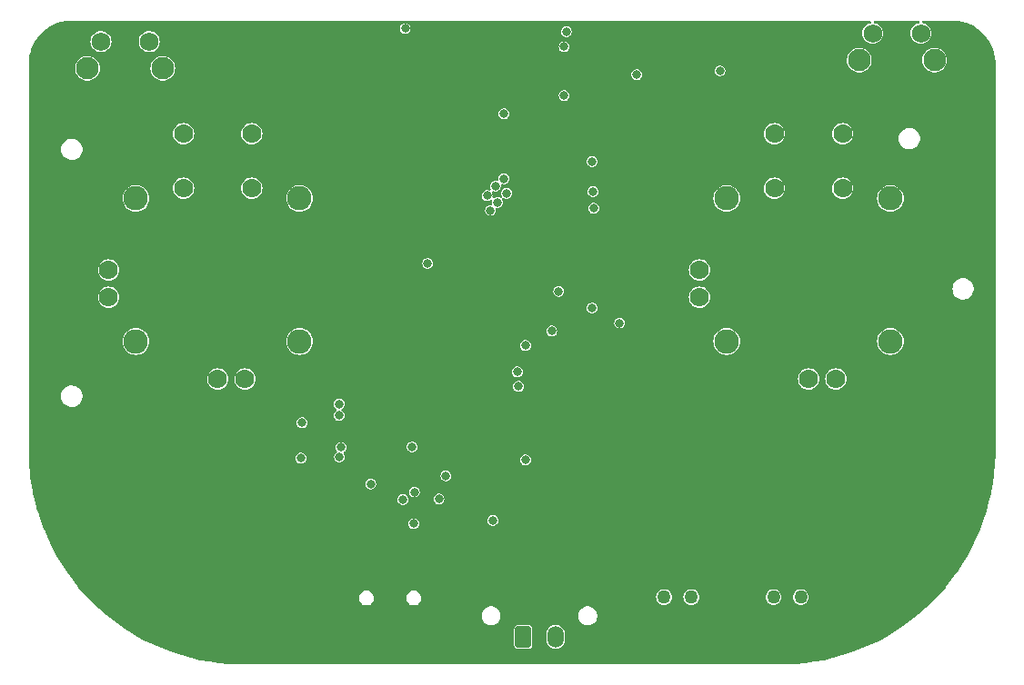
<source format=gbr>
%TF.GenerationSoftware,KiCad,Pcbnew,8.0.6*%
%TF.CreationDate,2025-02-26T11:59:32+01:00*%
%TF.ProjectId,CONTROL WIFI ESP32 S3 V4.0,434f4e54-524f-44c2-9057-494649204553,rev?*%
%TF.SameCoordinates,Original*%
%TF.FileFunction,Copper,L3,Inr*%
%TF.FilePolarity,Positive*%
%FSLAX46Y46*%
G04 Gerber Fmt 4.6, Leading zero omitted, Abs format (unit mm)*
G04 Created by KiCad (PCBNEW 8.0.6) date 2025-02-26 11:59:32*
%MOMM*%
%LPD*%
G01*
G04 APERTURE LIST*
G04 Aperture macros list*
%AMRoundRect*
0 Rectangle with rounded corners*
0 $1 Rounding radius*
0 $2 $3 $4 $5 $6 $7 $8 $9 X,Y pos of 4 corners*
0 Add a 4 corners polygon primitive as box body*
4,1,4,$2,$3,$4,$5,$6,$7,$8,$9,$2,$3,0*
0 Add four circle primitives for the rounded corners*
1,1,$1+$1,$2,$3*
1,1,$1+$1,$4,$5*
1,1,$1+$1,$6,$7*
1,1,$1+$1,$8,$9*
0 Add four rect primitives between the rounded corners*
20,1,$1+$1,$2,$3,$4,$5,0*
20,1,$1+$1,$4,$5,$6,$7,0*
20,1,$1+$1,$6,$7,$8,$9,0*
20,1,$1+$1,$8,$9,$2,$3,0*%
G04 Aperture macros list end*
%TA.AperFunction,ComponentPad*%
%ADD10R,1.268000X1.268000*%
%TD*%
%TA.AperFunction,ComponentPad*%
%ADD11C,1.268000*%
%TD*%
%TA.AperFunction,ComponentPad*%
%ADD12C,1.778000*%
%TD*%
%TA.AperFunction,ComponentPad*%
%ADD13C,2.286000*%
%TD*%
%TA.AperFunction,ComponentPad*%
%ADD14C,2.100000*%
%TD*%
%TA.AperFunction,ComponentPad*%
%ADD15C,1.750000*%
%TD*%
%TA.AperFunction,ComponentPad*%
%ADD16RoundRect,0.250001X-0.499999X-0.759999X0.499999X-0.759999X0.499999X0.759999X-0.499999X0.759999X0*%
%TD*%
%TA.AperFunction,ComponentPad*%
%ADD17O,1.500000X2.020000*%
%TD*%
%TA.AperFunction,ViaPad*%
%ADD18C,0.800000*%
%TD*%
G04 APERTURE END LIST*
D10*
%TO.N,+3.3V*%
%TO.C,POT1*%
X97950000Y-135500000D03*
D11*
%TO.N,IO5*%
X100490000Y-135500000D03*
%TO.N,GND*%
X103030000Y-135500000D03*
%TD*%
D12*
%TO.N,IO37*%
%TO.C,U4*%
X100575000Y-92300000D03*
%TO.N,N/C*%
X106925000Y-92300000D03*
%TO.N,GND*%
X100575000Y-97380000D03*
%TO.N,N/C*%
X106925000Y-97380000D03*
%TO.N,+3.3V*%
X101210000Y-115160000D03*
%TO.N,IO38*%
X103750000Y-115160000D03*
%TO.N,GND*%
X106290000Y-115160000D03*
D13*
%TO.N,unconnected-(U4-SHIELD-PadS1)_2*%
X96130000Y-98332500D03*
%TO.N,unconnected-(U4-SHIELD-PadS1)_3*%
X96130000Y-111667500D03*
%TO.N,unconnected-(U4-SHIELD-PadS1)*%
X111370000Y-111667500D03*
%TO.N,unconnected-(U4-SHIELD-PadS1)_1*%
X111370000Y-98332500D03*
D12*
%TO.N,+3.3V*%
X93590000Y-102460000D03*
%TO.N,IO40*%
X93590000Y-105000000D03*
%TO.N,GND*%
X93590000Y-107540000D03*
%TD*%
D14*
%TO.N,*%
%TO.C,SW3*%
X36625000Y-86217500D03*
X43635000Y-86217500D03*
D15*
%TO.N,IO13*%
X37875000Y-83727500D03*
%TO.N,GND*%
X42375000Y-83727500D03*
%TD*%
D16*
%TO.N,GND*%
%TO.C,J2*%
X77200000Y-139200000D03*
D17*
%TO.N,VIN*%
X80200000Y-139200000D03*
%TD*%
D12*
%TO.N,IO8*%
%TO.C,U5*%
X45575000Y-92300000D03*
%TO.N,N/C*%
X51925000Y-92300000D03*
%TO.N,GND*%
X45575000Y-97380000D03*
%TO.N,N/C*%
X51925000Y-97380000D03*
%TO.N,+3.3V*%
X46210000Y-115160000D03*
%TO.N,IO17*%
X48750000Y-115160000D03*
%TO.N,GND*%
X51290000Y-115160000D03*
D13*
%TO.N,unconnected-(U5-SHIELD-PadS1)_2*%
X41130000Y-98332500D03*
%TO.N,unconnected-(U5-SHIELD-PadS1)*%
X41130000Y-111667500D03*
%TO.N,unconnected-(U5-SHIELD-PadS1)_1*%
X56370000Y-111667500D03*
%TO.N,unconnected-(U5-SHIELD-PadS1)_3*%
X56370000Y-98332500D03*
D12*
%TO.N,+3.3V*%
X38590000Y-102460000D03*
%TO.N,IO18*%
X38590000Y-105000000D03*
%TO.N,GND*%
X38590000Y-107540000D03*
%TD*%
D14*
%TO.N,*%
%TO.C,SW2*%
X108475000Y-85452500D03*
X115485000Y-85452500D03*
D15*
%TO.N,IO15*%
X109725000Y-82962500D03*
%TO.N,GND*%
X114225000Y-82962500D03*
%TD*%
D10*
%TO.N,+3.3V*%
%TO.C,POT2*%
X87760000Y-135500000D03*
D11*
%TO.N,IO6*%
X90300000Y-135500000D03*
%TO.N,GND*%
X92840000Y-135500000D03*
%TD*%
D18*
%TO.N,GND*%
X66200000Y-82500000D03*
X81200000Y-82800000D03*
X62986500Y-124950000D03*
X80500000Y-107000000D03*
X67000000Y-128650000D03*
X67050000Y-125700000D03*
X77400000Y-122700000D03*
X70000000Y-124200000D03*
X75400000Y-90450000D03*
X66850000Y-121500000D03*
X83600000Y-108550000D03*
X77400000Y-112050000D03*
X74350000Y-128350000D03*
%TO.N,BT*%
X56500000Y-122550000D03*
X86175000Y-109950000D03*
%TO.N,+3.3V*%
X64650000Y-124800000D03*
X95500000Y-85100000D03*
X68200000Y-118650000D03*
X102400000Y-83800000D03*
X40250000Y-89300000D03*
X100150000Y-89300000D03*
X60800000Y-85600000D03*
X83650000Y-106950000D03*
X56600000Y-117850000D03*
X52100000Y-122300000D03*
X101800000Y-121900000D03*
X60800000Y-97600000D03*
X66400000Y-84050000D03*
X81150000Y-130700000D03*
%TO.N,EN*%
X74150000Y-99450000D03*
X73826545Y-98076545D03*
X60050000Y-117500000D03*
X81000000Y-84200000D03*
%TO.N,RX*%
X75650000Y-97850000D03*
X75401545Y-96501545D03*
X60100000Y-122436500D03*
X81000000Y-88750000D03*
%TO.N,TX*%
X60212185Y-121539183D03*
X74600000Y-97200000D03*
X74800000Y-98700000D03*
X87750000Y-86800000D03*
%TO.N,GND*%
X95500000Y-86450000D03*
%TO.N,IO15*%
X68300000Y-104400000D03*
%TO.N,+5V*%
X66000000Y-126400000D03*
X69350000Y-126350000D03*
%TO.N,IO5*%
X79850000Y-110700000D03*
%TO.N,IO6*%
X76750000Y-115863500D03*
X76650000Y-114500000D03*
%TO.N,Net-(Q1A-E1)*%
X56600000Y-119250000D03*
X60052000Y-118552000D03*
%TO.N,IO40*%
X83600000Y-94900000D03*
%TO.N,IO38*%
X83700000Y-97700000D03*
%TO.N,IO37*%
X83750000Y-99250000D03*
%TD*%
%TA.AperFunction,Conductor*%
%TO.N,+3.3V*%
G36*
X66131272Y-81784685D02*
G01*
X66177027Y-81837489D01*
X66186971Y-81906647D01*
X66157946Y-81970203D01*
X66099168Y-82007977D01*
X66099167Y-82007977D01*
X65989949Y-82040045D01*
X65868873Y-82117856D01*
X65774623Y-82226626D01*
X65774622Y-82226628D01*
X65714834Y-82357543D01*
X65694353Y-82500000D01*
X65714834Y-82642456D01*
X65774622Y-82773371D01*
X65774623Y-82773373D01*
X65868872Y-82882143D01*
X65989947Y-82959953D01*
X65989950Y-82959954D01*
X65989949Y-82959954D01*
X66128036Y-83000499D01*
X66128038Y-83000500D01*
X66128039Y-83000500D01*
X66271962Y-83000500D01*
X66271962Y-83000499D01*
X66410053Y-82959953D01*
X66531128Y-82882143D01*
X66602305Y-82800000D01*
X80694353Y-82800000D01*
X80714834Y-82942456D01*
X80756815Y-83034379D01*
X80774623Y-83073373D01*
X80868872Y-83182143D01*
X80989947Y-83259953D01*
X80989950Y-83259954D01*
X80989949Y-83259954D01*
X81128036Y-83300499D01*
X81128038Y-83300500D01*
X81128039Y-83300500D01*
X81271962Y-83300500D01*
X81271962Y-83300499D01*
X81410053Y-83259953D01*
X81531128Y-83182143D01*
X81625377Y-83073373D01*
X81685165Y-82942457D01*
X81705647Y-82800000D01*
X81685165Y-82657543D01*
X81625377Y-82526627D01*
X81531128Y-82417857D01*
X81410053Y-82340047D01*
X81410051Y-82340046D01*
X81410049Y-82340045D01*
X81410050Y-82340045D01*
X81271963Y-82299500D01*
X81271961Y-82299500D01*
X81128039Y-82299500D01*
X81128036Y-82299500D01*
X80989949Y-82340045D01*
X80868873Y-82417856D01*
X80774623Y-82526626D01*
X80774622Y-82526628D01*
X80714834Y-82657543D01*
X80694353Y-82800000D01*
X66602305Y-82800000D01*
X66625377Y-82773373D01*
X66685165Y-82642457D01*
X66705647Y-82500000D01*
X66685165Y-82357543D01*
X66625377Y-82226627D01*
X66531128Y-82117857D01*
X66410053Y-82040047D01*
X66410051Y-82040046D01*
X66410049Y-82040045D01*
X66410050Y-82040045D01*
X66300833Y-82007977D01*
X66242054Y-81970203D01*
X66213029Y-81906648D01*
X66222972Y-81837489D01*
X66268727Y-81784685D01*
X66335766Y-81765000D01*
X109476195Y-81765000D01*
X109543234Y-81784685D01*
X109588989Y-81837489D01*
X109598933Y-81906647D01*
X109569908Y-81970203D01*
X109512190Y-82007661D01*
X109349881Y-82056896D01*
X109180424Y-82147473D01*
X109180417Y-82147477D01*
X109031879Y-82269379D01*
X108909977Y-82417917D01*
X108909973Y-82417924D01*
X108819396Y-82587381D01*
X108763614Y-82771270D01*
X108744780Y-82962500D01*
X108763614Y-83153729D01*
X108819396Y-83337618D01*
X108909973Y-83507075D01*
X108909977Y-83507082D01*
X109031879Y-83655620D01*
X109180417Y-83777522D01*
X109180424Y-83777526D01*
X109349881Y-83868103D01*
X109349883Y-83868103D01*
X109349886Y-83868105D01*
X109533769Y-83923885D01*
X109533768Y-83923885D01*
X109550914Y-83925573D01*
X109725000Y-83942720D01*
X109916231Y-83923885D01*
X110100114Y-83868105D01*
X110269581Y-83777523D01*
X110418120Y-83655620D01*
X110540023Y-83507081D01*
X110630605Y-83337614D01*
X110686385Y-83153731D01*
X110705220Y-82962500D01*
X110686385Y-82771269D01*
X110630605Y-82587386D01*
X110630603Y-82587383D01*
X110630603Y-82587381D01*
X110540026Y-82417924D01*
X110540022Y-82417917D01*
X110418120Y-82269379D01*
X110269582Y-82147477D01*
X110269575Y-82147473D01*
X110100118Y-82056896D01*
X109937810Y-82007661D01*
X109879371Y-81969363D01*
X109850915Y-81905551D01*
X109861475Y-81836484D01*
X109907699Y-81784090D01*
X109973805Y-81765000D01*
X113976195Y-81765000D01*
X114043234Y-81784685D01*
X114088989Y-81837489D01*
X114098933Y-81906647D01*
X114069908Y-81970203D01*
X114012190Y-82007661D01*
X113849881Y-82056896D01*
X113680424Y-82147473D01*
X113680417Y-82147477D01*
X113531879Y-82269379D01*
X113409977Y-82417917D01*
X113409973Y-82417924D01*
X113319396Y-82587381D01*
X113263614Y-82771270D01*
X113244780Y-82962500D01*
X113263614Y-83153729D01*
X113319396Y-83337618D01*
X113409973Y-83507075D01*
X113409977Y-83507082D01*
X113531879Y-83655620D01*
X113680417Y-83777522D01*
X113680424Y-83777526D01*
X113849881Y-83868103D01*
X113849883Y-83868103D01*
X113849886Y-83868105D01*
X114033769Y-83923885D01*
X114033768Y-83923885D01*
X114050914Y-83925573D01*
X114225000Y-83942720D01*
X114416231Y-83923885D01*
X114600114Y-83868105D01*
X114769581Y-83777523D01*
X114918120Y-83655620D01*
X115040023Y-83507081D01*
X115130605Y-83337614D01*
X115186385Y-83153731D01*
X115205220Y-82962500D01*
X115186385Y-82771269D01*
X115130605Y-82587386D01*
X115130603Y-82587383D01*
X115130603Y-82587381D01*
X115040026Y-82417924D01*
X115040022Y-82417917D01*
X114918120Y-82269379D01*
X114769582Y-82147477D01*
X114769575Y-82147473D01*
X114600118Y-82056896D01*
X114437810Y-82007661D01*
X114379371Y-81969363D01*
X114350915Y-81905551D01*
X114361475Y-81836484D01*
X114407699Y-81784090D01*
X114473805Y-81765000D01*
X117149213Y-81765000D01*
X117150733Y-81765008D01*
X117341077Y-81767343D01*
X117351681Y-81767930D01*
X117731224Y-81805312D01*
X117743249Y-81807096D01*
X118116527Y-81881345D01*
X118128327Y-81884300D01*
X118408739Y-81969363D01*
X118492544Y-81994785D01*
X118504002Y-81998885D01*
X118855627Y-82144532D01*
X118866626Y-82149734D01*
X119202282Y-82329147D01*
X119212708Y-82335396D01*
X119336118Y-82417856D01*
X119529169Y-82546849D01*
X119538942Y-82554097D01*
X119833148Y-82795544D01*
X119842165Y-82803717D01*
X120111282Y-83072834D01*
X120119455Y-83081851D01*
X120360902Y-83376057D01*
X120368150Y-83385830D01*
X120579600Y-83702286D01*
X120585856Y-83712724D01*
X120765264Y-84048372D01*
X120770467Y-84059372D01*
X120916114Y-84410997D01*
X120920214Y-84422455D01*
X121030698Y-84786670D01*
X121033654Y-84798474D01*
X121107902Y-85171744D01*
X121109688Y-85183781D01*
X121147068Y-85563304D01*
X121147656Y-85573937D01*
X121149991Y-85764266D01*
X121150000Y-85765787D01*
X121150000Y-121764661D01*
X121149998Y-121765357D01*
X121147496Y-122211385D01*
X121147373Y-122216252D01*
X121107335Y-123107762D01*
X121106961Y-123113314D01*
X121026996Y-124001798D01*
X121026373Y-124007328D01*
X120906626Y-124891336D01*
X120905755Y-124896832D01*
X120746473Y-125774549D01*
X120745357Y-125780001D01*
X120546850Y-126649716D01*
X120545490Y-126655112D01*
X120308169Y-127515023D01*
X120306569Y-127520352D01*
X120030904Y-128368763D01*
X120029066Y-128374016D01*
X119715610Y-129209216D01*
X119713538Y-129214380D01*
X119362942Y-130034642D01*
X119360641Y-130039709D01*
X118973583Y-130843441D01*
X118971057Y-130848399D01*
X118548334Y-131633950D01*
X118545588Y-131638790D01*
X118088034Y-132404606D01*
X118085073Y-132409317D01*
X117593643Y-133153803D01*
X117590474Y-133158377D01*
X117066136Y-133880068D01*
X117062765Y-133884496D01*
X116506559Y-134581954D01*
X116502993Y-134586225D01*
X115916069Y-135258015D01*
X115912314Y-135262123D01*
X115295838Y-135906904D01*
X115291904Y-135910838D01*
X114647123Y-136527314D01*
X114643015Y-136531069D01*
X113971225Y-137117993D01*
X113966954Y-137121559D01*
X113269496Y-137677765D01*
X113265068Y-137681136D01*
X112543377Y-138205474D01*
X112538803Y-138208643D01*
X111794317Y-138700073D01*
X111789606Y-138703034D01*
X111023790Y-139160588D01*
X111018950Y-139163334D01*
X110233399Y-139586057D01*
X110228441Y-139588583D01*
X109424709Y-139975641D01*
X109419642Y-139977942D01*
X108599380Y-140328538D01*
X108594216Y-140330610D01*
X107759016Y-140644066D01*
X107753763Y-140645904D01*
X106905352Y-140921569D01*
X106900023Y-140923169D01*
X106040112Y-141160490D01*
X106034716Y-141161850D01*
X105165001Y-141360357D01*
X105159549Y-141361473D01*
X104281832Y-141520755D01*
X104276336Y-141521626D01*
X103392328Y-141641373D01*
X103386798Y-141641996D01*
X102498314Y-141721961D01*
X102492762Y-141722335D01*
X101601252Y-141762373D01*
X101596385Y-141762496D01*
X101155615Y-141764968D01*
X101150355Y-141764998D01*
X101149662Y-141765000D01*
X51150338Y-141765000D01*
X51149644Y-141764998D01*
X51144338Y-141764968D01*
X50703614Y-141762496D01*
X50698747Y-141762373D01*
X49807237Y-141722335D01*
X49801685Y-141721961D01*
X48913201Y-141641996D01*
X48907671Y-141641373D01*
X48023663Y-141521626D01*
X48018167Y-141520755D01*
X47140450Y-141361473D01*
X47134998Y-141360357D01*
X46265283Y-141161850D01*
X46259887Y-141160490D01*
X45399976Y-140923169D01*
X45394647Y-140921569D01*
X44546236Y-140645904D01*
X44540983Y-140644066D01*
X43705783Y-140330610D01*
X43700619Y-140328538D01*
X42880357Y-139977942D01*
X42875290Y-139975641D01*
X42071558Y-139588583D01*
X42066600Y-139586057D01*
X41281049Y-139163334D01*
X41276209Y-139160588D01*
X40510393Y-138703034D01*
X40505682Y-138700073D01*
X40061301Y-138406740D01*
X76349500Y-138406740D01*
X76349500Y-139993257D01*
X76359427Y-140061393D01*
X76410802Y-140166484D01*
X76493515Y-140249197D01*
X76493516Y-140249197D01*
X76493517Y-140249198D01*
X76598608Y-140300573D01*
X76598610Y-140300573D01*
X76598612Y-140300574D01*
X76620965Y-140303830D01*
X76666741Y-140310500D01*
X77733258Y-140310499D01*
X77801392Y-140300573D01*
X77906483Y-140249198D01*
X77989198Y-140166483D01*
X78040573Y-140061392D01*
X78050500Y-139993259D01*
X78050499Y-138856228D01*
X79349500Y-138856228D01*
X79349500Y-139543771D01*
X79382182Y-139708074D01*
X79382184Y-139708082D01*
X79446295Y-139862860D01*
X79539373Y-140002162D01*
X79657837Y-140120626D01*
X79726469Y-140166484D01*
X79797137Y-140213703D01*
X79951918Y-140277816D01*
X80116228Y-140310499D01*
X80116232Y-140310500D01*
X80116233Y-140310500D01*
X80283768Y-140310500D01*
X80283769Y-140310499D01*
X80448082Y-140277816D01*
X80602863Y-140213703D01*
X80742162Y-140120626D01*
X80860626Y-140002162D01*
X80953703Y-139862863D01*
X81017816Y-139708082D01*
X81050500Y-139543767D01*
X81050500Y-138856233D01*
X81017816Y-138691918D01*
X80953703Y-138537137D01*
X80922537Y-138490494D01*
X80860626Y-138397837D01*
X80742162Y-138279373D01*
X80602860Y-138186295D01*
X80448082Y-138122184D01*
X80448074Y-138122182D01*
X80283771Y-138089500D01*
X80283767Y-138089500D01*
X80116233Y-138089500D01*
X80116228Y-138089500D01*
X79951925Y-138122182D01*
X79951917Y-138122184D01*
X79797139Y-138186295D01*
X79657837Y-138279373D01*
X79539373Y-138397837D01*
X79446295Y-138537139D01*
X79382184Y-138691917D01*
X79382182Y-138691925D01*
X79349500Y-138856228D01*
X78050499Y-138856228D01*
X78050499Y-138406742D01*
X78040573Y-138338608D01*
X77989198Y-138233517D01*
X77989197Y-138233516D01*
X77989197Y-138233515D01*
X77906484Y-138150802D01*
X77847939Y-138122182D01*
X77801392Y-138099427D01*
X77801390Y-138099426D01*
X77801387Y-138099425D01*
X77733259Y-138089500D01*
X76666742Y-138089500D01*
X76598606Y-138099427D01*
X76493515Y-138150802D01*
X76410802Y-138233515D01*
X76359428Y-138338606D01*
X76359425Y-138338612D01*
X76349500Y-138406740D01*
X40061301Y-138406740D01*
X39761196Y-138208643D01*
X39756622Y-138205474D01*
X39374454Y-137927813D01*
X39034917Y-137681125D01*
X39030517Y-137677775D01*
X38372196Y-137152781D01*
X73314500Y-137152781D01*
X73314500Y-137327218D01*
X73348527Y-137498283D01*
X73348529Y-137498291D01*
X73415278Y-137659439D01*
X73415283Y-137659448D01*
X73512186Y-137804473D01*
X73512189Y-137804477D01*
X73635522Y-137927810D01*
X73635526Y-137927813D01*
X73780551Y-138024716D01*
X73780557Y-138024719D01*
X73780558Y-138024720D01*
X73941709Y-138091471D01*
X74096105Y-138122182D01*
X74112781Y-138125499D01*
X74112785Y-138125500D01*
X74112786Y-138125500D01*
X74287215Y-138125500D01*
X74287216Y-138125499D01*
X74458291Y-138091471D01*
X74619442Y-138024720D01*
X74764474Y-137927813D01*
X74887813Y-137804474D01*
X74984720Y-137659442D01*
X75051471Y-137498291D01*
X75085500Y-137327214D01*
X75085500Y-137152786D01*
X75085499Y-137152781D01*
X82314500Y-137152781D01*
X82314500Y-137327218D01*
X82348527Y-137498283D01*
X82348529Y-137498291D01*
X82415278Y-137659439D01*
X82415283Y-137659448D01*
X82512186Y-137804473D01*
X82512189Y-137804477D01*
X82635522Y-137927810D01*
X82635526Y-137927813D01*
X82780551Y-138024716D01*
X82780557Y-138024719D01*
X82780558Y-138024720D01*
X82941709Y-138091471D01*
X83096105Y-138122182D01*
X83112781Y-138125499D01*
X83112785Y-138125500D01*
X83112786Y-138125500D01*
X83287215Y-138125500D01*
X83287216Y-138125499D01*
X83458291Y-138091471D01*
X83619442Y-138024720D01*
X83764474Y-137927813D01*
X83887813Y-137804474D01*
X83984720Y-137659442D01*
X84051471Y-137498291D01*
X84085500Y-137327214D01*
X84085500Y-137152786D01*
X84051471Y-136981709D01*
X83984720Y-136820558D01*
X83984719Y-136820557D01*
X83984716Y-136820551D01*
X83887813Y-136675526D01*
X83887810Y-136675522D01*
X83764477Y-136552189D01*
X83764473Y-136552186D01*
X83619448Y-136455283D01*
X83619439Y-136455278D01*
X83458291Y-136388529D01*
X83458283Y-136388527D01*
X83287218Y-136354500D01*
X83287214Y-136354500D01*
X83112786Y-136354500D01*
X83112781Y-136354500D01*
X82941716Y-136388527D01*
X82941708Y-136388529D01*
X82780560Y-136455278D01*
X82780551Y-136455283D01*
X82635526Y-136552186D01*
X82635522Y-136552189D01*
X82512189Y-136675522D01*
X82512186Y-136675526D01*
X82415283Y-136820551D01*
X82415278Y-136820560D01*
X82348529Y-136981708D01*
X82348527Y-136981716D01*
X82314500Y-137152781D01*
X75085499Y-137152781D01*
X75051471Y-136981709D01*
X74984720Y-136820558D01*
X74984719Y-136820557D01*
X74984716Y-136820551D01*
X74887813Y-136675526D01*
X74887810Y-136675522D01*
X74764477Y-136552189D01*
X74764473Y-136552186D01*
X74619448Y-136455283D01*
X74619439Y-136455278D01*
X74458291Y-136388529D01*
X74458283Y-136388527D01*
X74287218Y-136354500D01*
X74287214Y-136354500D01*
X74112786Y-136354500D01*
X74112781Y-136354500D01*
X73941716Y-136388527D01*
X73941708Y-136388529D01*
X73780560Y-136455278D01*
X73780551Y-136455283D01*
X73635526Y-136552186D01*
X73635522Y-136552189D01*
X73512189Y-136675522D01*
X73512186Y-136675526D01*
X73415283Y-136820551D01*
X73415278Y-136820560D01*
X73348529Y-136981708D01*
X73348527Y-136981716D01*
X73314500Y-137152781D01*
X38372196Y-137152781D01*
X38333045Y-137121559D01*
X38328774Y-137117993D01*
X37681158Y-136552189D01*
X37656970Y-136531057D01*
X37652889Y-136527326D01*
X37225934Y-136119114D01*
X37008095Y-135910838D01*
X37004161Y-135906904D01*
X36752793Y-135643995D01*
X61899499Y-135643995D01*
X61926418Y-135779322D01*
X61926421Y-135779332D01*
X61979221Y-135906804D01*
X61979228Y-135906817D01*
X62055885Y-136021541D01*
X62055888Y-136021545D01*
X62153454Y-136119111D01*
X62153458Y-136119114D01*
X62268182Y-136195771D01*
X62268195Y-136195778D01*
X62372901Y-136239148D01*
X62395672Y-136248580D01*
X62395676Y-136248580D01*
X62395677Y-136248581D01*
X62531004Y-136275500D01*
X62531007Y-136275500D01*
X62668995Y-136275500D01*
X62760041Y-136257389D01*
X62804328Y-136248580D01*
X62931811Y-136195775D01*
X63046542Y-136119114D01*
X63144114Y-136021542D01*
X63220775Y-135906811D01*
X63273580Y-135779328D01*
X63296426Y-135664476D01*
X63300500Y-135643995D01*
X66299499Y-135643995D01*
X66326418Y-135779322D01*
X66326421Y-135779332D01*
X66379221Y-135906804D01*
X66379228Y-135906817D01*
X66455885Y-136021541D01*
X66455888Y-136021545D01*
X66553454Y-136119111D01*
X66553458Y-136119114D01*
X66668182Y-136195771D01*
X66668195Y-136195778D01*
X66772901Y-136239148D01*
X66795672Y-136248580D01*
X66795676Y-136248580D01*
X66795677Y-136248581D01*
X66931004Y-136275500D01*
X66931007Y-136275500D01*
X67068995Y-136275500D01*
X67160041Y-136257389D01*
X67204328Y-136248580D01*
X67331811Y-136195775D01*
X67446542Y-136119114D01*
X67544114Y-136021542D01*
X67620775Y-135906811D01*
X67673580Y-135779328D01*
X67696426Y-135664476D01*
X67700500Y-135643995D01*
X67700500Y-135506004D01*
X67699305Y-135499996D01*
X89560852Y-135499996D01*
X89560852Y-135500003D01*
X89579382Y-135664472D01*
X89634050Y-135820703D01*
X89634051Y-135820704D01*
X89722111Y-135960851D01*
X89839149Y-136077889D01*
X89979293Y-136165947D01*
X89979296Y-136165949D01*
X90135527Y-136220617D01*
X90299996Y-136239148D01*
X90300000Y-136239148D01*
X90300004Y-136239148D01*
X90464472Y-136220617D01*
X90464474Y-136220616D01*
X90464476Y-136220616D01*
X90620704Y-136165949D01*
X90760851Y-136077889D01*
X90877889Y-135960851D01*
X90965949Y-135820704D01*
X91020616Y-135664476D01*
X91020616Y-135664474D01*
X91020617Y-135664472D01*
X91039148Y-135500003D01*
X91039148Y-135499996D01*
X92100852Y-135499996D01*
X92100852Y-135500003D01*
X92119382Y-135664472D01*
X92174050Y-135820703D01*
X92174051Y-135820704D01*
X92262111Y-135960851D01*
X92379149Y-136077889D01*
X92519293Y-136165947D01*
X92519296Y-136165949D01*
X92675527Y-136220617D01*
X92839996Y-136239148D01*
X92840000Y-136239148D01*
X92840004Y-136239148D01*
X93004472Y-136220617D01*
X93004474Y-136220616D01*
X93004476Y-136220616D01*
X93160704Y-136165949D01*
X93300851Y-136077889D01*
X93417889Y-135960851D01*
X93505949Y-135820704D01*
X93560616Y-135664476D01*
X93560616Y-135664474D01*
X93560617Y-135664472D01*
X93579148Y-135500003D01*
X93579148Y-135499996D01*
X99750852Y-135499996D01*
X99750852Y-135500003D01*
X99769382Y-135664472D01*
X99824050Y-135820703D01*
X99824051Y-135820704D01*
X99912111Y-135960851D01*
X100029149Y-136077889D01*
X100169293Y-136165947D01*
X100169296Y-136165949D01*
X100325527Y-136220617D01*
X100489996Y-136239148D01*
X100490000Y-136239148D01*
X100490004Y-136239148D01*
X100654472Y-136220617D01*
X100654474Y-136220616D01*
X100654476Y-136220616D01*
X100810704Y-136165949D01*
X100950851Y-136077889D01*
X101067889Y-135960851D01*
X101155949Y-135820704D01*
X101210616Y-135664476D01*
X101210616Y-135664474D01*
X101210617Y-135664472D01*
X101229148Y-135500003D01*
X101229148Y-135499996D01*
X102290852Y-135499996D01*
X102290852Y-135500003D01*
X102309382Y-135664472D01*
X102364050Y-135820703D01*
X102364051Y-135820704D01*
X102452111Y-135960851D01*
X102569149Y-136077889D01*
X102709293Y-136165947D01*
X102709296Y-136165949D01*
X102865527Y-136220617D01*
X103029996Y-136239148D01*
X103030000Y-136239148D01*
X103030004Y-136239148D01*
X103194472Y-136220617D01*
X103194474Y-136220616D01*
X103194476Y-136220616D01*
X103350704Y-136165949D01*
X103490851Y-136077889D01*
X103607889Y-135960851D01*
X103695949Y-135820704D01*
X103750616Y-135664476D01*
X103750616Y-135664474D01*
X103750617Y-135664472D01*
X103769148Y-135500003D01*
X103769148Y-135499996D01*
X103750617Y-135335527D01*
X103695949Y-135179296D01*
X103695947Y-135179293D01*
X103607888Y-135039148D01*
X103490851Y-134922111D01*
X103350706Y-134834052D01*
X103350703Y-134834050D01*
X103194472Y-134779382D01*
X103030004Y-134760852D01*
X103029996Y-134760852D01*
X102865527Y-134779382D01*
X102709296Y-134834050D01*
X102709293Y-134834052D01*
X102569148Y-134922111D01*
X102452111Y-135039148D01*
X102364052Y-135179293D01*
X102364050Y-135179296D01*
X102309382Y-135335527D01*
X102290852Y-135499996D01*
X101229148Y-135499996D01*
X101210617Y-135335527D01*
X101155949Y-135179296D01*
X101155947Y-135179293D01*
X101067888Y-135039148D01*
X100950851Y-134922111D01*
X100810706Y-134834052D01*
X100810703Y-134834050D01*
X100654472Y-134779382D01*
X100490004Y-134760852D01*
X100489996Y-134760852D01*
X100325527Y-134779382D01*
X100169296Y-134834050D01*
X100169293Y-134834052D01*
X100029148Y-134922111D01*
X99912111Y-135039148D01*
X99824052Y-135179293D01*
X99824050Y-135179296D01*
X99769382Y-135335527D01*
X99750852Y-135499996D01*
X93579148Y-135499996D01*
X93560617Y-135335527D01*
X93505949Y-135179296D01*
X93505947Y-135179293D01*
X93417888Y-135039148D01*
X93300851Y-134922111D01*
X93160706Y-134834052D01*
X93160703Y-134834050D01*
X93004472Y-134779382D01*
X92840004Y-134760852D01*
X92839996Y-134760852D01*
X92675527Y-134779382D01*
X92519296Y-134834050D01*
X92519293Y-134834052D01*
X92379148Y-134922111D01*
X92262111Y-135039148D01*
X92174052Y-135179293D01*
X92174050Y-135179296D01*
X92119382Y-135335527D01*
X92100852Y-135499996D01*
X91039148Y-135499996D01*
X91020617Y-135335527D01*
X90965949Y-135179296D01*
X90965947Y-135179293D01*
X90877888Y-135039148D01*
X90760851Y-134922111D01*
X90620706Y-134834052D01*
X90620703Y-134834050D01*
X90464472Y-134779382D01*
X90300004Y-134760852D01*
X90299996Y-134760852D01*
X90135527Y-134779382D01*
X89979296Y-134834050D01*
X89979293Y-134834052D01*
X89839148Y-134922111D01*
X89722111Y-135039148D01*
X89634052Y-135179293D01*
X89634050Y-135179296D01*
X89579382Y-135335527D01*
X89560852Y-135499996D01*
X67699305Y-135499996D01*
X67673581Y-135370677D01*
X67673580Y-135370676D01*
X67673580Y-135370672D01*
X67628618Y-135262123D01*
X67620778Y-135243195D01*
X67620771Y-135243182D01*
X67544114Y-135128458D01*
X67544111Y-135128454D01*
X67446545Y-135030888D01*
X67446541Y-135030885D01*
X67331817Y-134954228D01*
X67331804Y-134954221D01*
X67204332Y-134901421D01*
X67204322Y-134901418D01*
X67068995Y-134874500D01*
X67068993Y-134874500D01*
X66931007Y-134874500D01*
X66931005Y-134874500D01*
X66795677Y-134901418D01*
X66795667Y-134901421D01*
X66668195Y-134954221D01*
X66668182Y-134954228D01*
X66553458Y-135030885D01*
X66553454Y-135030888D01*
X66455888Y-135128454D01*
X66455885Y-135128458D01*
X66379228Y-135243182D01*
X66379221Y-135243195D01*
X66326421Y-135370667D01*
X66326418Y-135370677D01*
X66299500Y-135506004D01*
X66299500Y-135506007D01*
X66299500Y-135643993D01*
X66299500Y-135643995D01*
X66299499Y-135643995D01*
X63300500Y-135643995D01*
X63300500Y-135506004D01*
X63273581Y-135370677D01*
X63273580Y-135370676D01*
X63273580Y-135370672D01*
X63228618Y-135262123D01*
X63220778Y-135243195D01*
X63220771Y-135243182D01*
X63144114Y-135128458D01*
X63144111Y-135128454D01*
X63046545Y-135030888D01*
X63046541Y-135030885D01*
X62931817Y-134954228D01*
X62931804Y-134954221D01*
X62804332Y-134901421D01*
X62804322Y-134901418D01*
X62668995Y-134874500D01*
X62668993Y-134874500D01*
X62531007Y-134874500D01*
X62531005Y-134874500D01*
X62395677Y-134901418D01*
X62395667Y-134901421D01*
X62268195Y-134954221D01*
X62268182Y-134954228D01*
X62153458Y-135030885D01*
X62153454Y-135030888D01*
X62055888Y-135128454D01*
X62055885Y-135128458D01*
X61979228Y-135243182D01*
X61979221Y-135243195D01*
X61926421Y-135370667D01*
X61926418Y-135370677D01*
X61899500Y-135506004D01*
X61899500Y-135506007D01*
X61899500Y-135643993D01*
X61899500Y-135643995D01*
X61899499Y-135643995D01*
X36752793Y-135643995D01*
X36620860Y-135506004D01*
X36387671Y-135262108D01*
X36383944Y-135258031D01*
X35797006Y-134586225D01*
X35793440Y-134581954D01*
X35716970Y-134486064D01*
X35237218Y-133884476D01*
X35233879Y-133880089D01*
X34709525Y-133158377D01*
X34706356Y-133153803D01*
X34214926Y-132409317D01*
X34211965Y-132404606D01*
X33754411Y-131638790D01*
X33751665Y-131633950D01*
X33328942Y-130848399D01*
X33326416Y-130843441D01*
X32939358Y-130039709D01*
X32937066Y-130034661D01*
X32586460Y-129214378D01*
X32584389Y-129209216D01*
X32374512Y-128650000D01*
X66494353Y-128650000D01*
X66514834Y-128792456D01*
X66574622Y-128923371D01*
X66574623Y-128923373D01*
X66668872Y-129032143D01*
X66789947Y-129109953D01*
X66789950Y-129109954D01*
X66789949Y-129109954D01*
X66928036Y-129150499D01*
X66928038Y-129150500D01*
X66928039Y-129150500D01*
X67071962Y-129150500D01*
X67071962Y-129150499D01*
X67210053Y-129109953D01*
X67331128Y-129032143D01*
X67425377Y-128923373D01*
X67485165Y-128792457D01*
X67505647Y-128650000D01*
X67485165Y-128507543D01*
X67425377Y-128376627D01*
X67402305Y-128350000D01*
X73844353Y-128350000D01*
X73864834Y-128492456D01*
X73924622Y-128623371D01*
X73924623Y-128623373D01*
X74018872Y-128732143D01*
X74139947Y-128809953D01*
X74139950Y-128809954D01*
X74139949Y-128809954D01*
X74278036Y-128850499D01*
X74278038Y-128850500D01*
X74278039Y-128850500D01*
X74421962Y-128850500D01*
X74421962Y-128850499D01*
X74560053Y-128809953D01*
X74681128Y-128732143D01*
X74775377Y-128623373D01*
X74835165Y-128492457D01*
X74855647Y-128350000D01*
X74835165Y-128207543D01*
X74775377Y-128076627D01*
X74681128Y-127967857D01*
X74560053Y-127890047D01*
X74560051Y-127890046D01*
X74560049Y-127890045D01*
X74560050Y-127890045D01*
X74421963Y-127849500D01*
X74421961Y-127849500D01*
X74278039Y-127849500D01*
X74278036Y-127849500D01*
X74139949Y-127890045D01*
X74018873Y-127967856D01*
X73924623Y-128076626D01*
X73924622Y-128076628D01*
X73864834Y-128207543D01*
X73844353Y-128350000D01*
X67402305Y-128350000D01*
X67331128Y-128267857D01*
X67210053Y-128190047D01*
X67210051Y-128190046D01*
X67210049Y-128190045D01*
X67210050Y-128190045D01*
X67071963Y-128149500D01*
X67071961Y-128149500D01*
X66928039Y-128149500D01*
X66928036Y-128149500D01*
X66789949Y-128190045D01*
X66668873Y-128267856D01*
X66574623Y-128376626D01*
X66574622Y-128376628D01*
X66514834Y-128507543D01*
X66494353Y-128650000D01*
X32374512Y-128650000D01*
X32270933Y-128374016D01*
X32269095Y-128368763D01*
X32113550Y-127890045D01*
X31993428Y-127520347D01*
X31991830Y-127515023D01*
X31789567Y-126782143D01*
X31754507Y-126655107D01*
X31753149Y-126649716D01*
X31696153Y-126400000D01*
X65494353Y-126400000D01*
X65514834Y-126542456D01*
X65563819Y-126649716D01*
X65574623Y-126673373D01*
X65668872Y-126782143D01*
X65789947Y-126859953D01*
X65789950Y-126859954D01*
X65789949Y-126859954D01*
X65928036Y-126900499D01*
X65928038Y-126900500D01*
X65928039Y-126900500D01*
X66071962Y-126900500D01*
X66071962Y-126900499D01*
X66210053Y-126859953D01*
X66331128Y-126782143D01*
X66425377Y-126673373D01*
X66485165Y-126542457D01*
X66505647Y-126400000D01*
X66498458Y-126350000D01*
X68844353Y-126350000D01*
X68864834Y-126492456D01*
X68887669Y-126542456D01*
X68924623Y-126623373D01*
X69018872Y-126732143D01*
X69139947Y-126809953D01*
X69139950Y-126809954D01*
X69139949Y-126809954D01*
X69278036Y-126850499D01*
X69278038Y-126850500D01*
X69278039Y-126850500D01*
X69421962Y-126850500D01*
X69421962Y-126850499D01*
X69560053Y-126809953D01*
X69681128Y-126732143D01*
X69775377Y-126623373D01*
X69835165Y-126492457D01*
X69855647Y-126350000D01*
X69835165Y-126207543D01*
X69775377Y-126076627D01*
X69681128Y-125967857D01*
X69560053Y-125890047D01*
X69560051Y-125890046D01*
X69560049Y-125890045D01*
X69560050Y-125890045D01*
X69421963Y-125849500D01*
X69421961Y-125849500D01*
X69278039Y-125849500D01*
X69278036Y-125849500D01*
X69139949Y-125890045D01*
X69018873Y-125967856D01*
X68924623Y-126076626D01*
X68924622Y-126076628D01*
X68864834Y-126207543D01*
X68844353Y-126350000D01*
X66498458Y-126350000D01*
X66485165Y-126257543D01*
X66425377Y-126126627D01*
X66331128Y-126017857D01*
X66210053Y-125940047D01*
X66210051Y-125940046D01*
X66210049Y-125940045D01*
X66210050Y-125940045D01*
X66071963Y-125899500D01*
X66071961Y-125899500D01*
X65928039Y-125899500D01*
X65928036Y-125899500D01*
X65789949Y-125940045D01*
X65668873Y-126017856D01*
X65574623Y-126126626D01*
X65574622Y-126126628D01*
X65514834Y-126257543D01*
X65494353Y-126400000D01*
X31696153Y-126400000D01*
X31554634Y-125779964D01*
X31553533Y-125774585D01*
X31539998Y-125700000D01*
X66544353Y-125700000D01*
X66564834Y-125842456D01*
X66590886Y-125899500D01*
X66624623Y-125973373D01*
X66718872Y-126082143D01*
X66839947Y-126159953D01*
X66839950Y-126159954D01*
X66839949Y-126159954D01*
X66978036Y-126200499D01*
X66978038Y-126200500D01*
X66978039Y-126200500D01*
X67121962Y-126200500D01*
X67121962Y-126200499D01*
X67260053Y-126159953D01*
X67381128Y-126082143D01*
X67475377Y-125973373D01*
X67535165Y-125842457D01*
X67555647Y-125700000D01*
X67535165Y-125557543D01*
X67475377Y-125426627D01*
X67381128Y-125317857D01*
X67260053Y-125240047D01*
X67260051Y-125240046D01*
X67260049Y-125240045D01*
X67260050Y-125240045D01*
X67121963Y-125199500D01*
X67121961Y-125199500D01*
X66978039Y-125199500D01*
X66978036Y-125199500D01*
X66839949Y-125240045D01*
X66718873Y-125317856D01*
X66624623Y-125426626D01*
X66624622Y-125426628D01*
X66564834Y-125557543D01*
X66544353Y-125700000D01*
X31539998Y-125700000D01*
X31403893Y-124950000D01*
X62480853Y-124950000D01*
X62501334Y-125092456D01*
X62550220Y-125199500D01*
X62561123Y-125223373D01*
X62655372Y-125332143D01*
X62776447Y-125409953D01*
X62776450Y-125409954D01*
X62776449Y-125409954D01*
X62914536Y-125450499D01*
X62914538Y-125450500D01*
X62914539Y-125450500D01*
X63058462Y-125450500D01*
X63058462Y-125450499D01*
X63196553Y-125409953D01*
X63317628Y-125332143D01*
X63411877Y-125223373D01*
X63471665Y-125092457D01*
X63492147Y-124950000D01*
X63471665Y-124807543D01*
X63411877Y-124676627D01*
X63317628Y-124567857D01*
X63196553Y-124490047D01*
X63196551Y-124490046D01*
X63196549Y-124490045D01*
X63196550Y-124490045D01*
X63058463Y-124449500D01*
X63058461Y-124449500D01*
X62914539Y-124449500D01*
X62914536Y-124449500D01*
X62776449Y-124490045D01*
X62655373Y-124567856D01*
X62561123Y-124676626D01*
X62561122Y-124676628D01*
X62501334Y-124807543D01*
X62480853Y-124950000D01*
X31403893Y-124950000D01*
X31394238Y-124896794D01*
X31393379Y-124891374D01*
X31299725Y-124200000D01*
X69494353Y-124200000D01*
X69514834Y-124342456D01*
X69563720Y-124449500D01*
X69574623Y-124473373D01*
X69668872Y-124582143D01*
X69789947Y-124659953D01*
X69789950Y-124659954D01*
X69789949Y-124659954D01*
X69928036Y-124700499D01*
X69928038Y-124700500D01*
X69928039Y-124700500D01*
X70071962Y-124700500D01*
X70071962Y-124700499D01*
X70210053Y-124659953D01*
X70331128Y-124582143D01*
X70425377Y-124473373D01*
X70485165Y-124342457D01*
X70505647Y-124200000D01*
X70485165Y-124057543D01*
X70425377Y-123926627D01*
X70331128Y-123817857D01*
X70210053Y-123740047D01*
X70210051Y-123740046D01*
X70210049Y-123740045D01*
X70210050Y-123740045D01*
X70071963Y-123699500D01*
X70071961Y-123699500D01*
X69928039Y-123699500D01*
X69928036Y-123699500D01*
X69789949Y-123740045D01*
X69668873Y-123817856D01*
X69574623Y-123926626D01*
X69574622Y-123926628D01*
X69514834Y-124057543D01*
X69494353Y-124200000D01*
X31299725Y-124200000D01*
X31273624Y-124007313D01*
X31273003Y-124001798D01*
X31266238Y-123926628D01*
X31193035Y-123113280D01*
X31192666Y-123107797D01*
X31167615Y-122550000D01*
X55994353Y-122550000D01*
X56014834Y-122692456D01*
X56072463Y-122818643D01*
X56074623Y-122823373D01*
X56168872Y-122932143D01*
X56289947Y-123009953D01*
X56289950Y-123009954D01*
X56289949Y-123009954D01*
X56428036Y-123050499D01*
X56428038Y-123050500D01*
X56428039Y-123050500D01*
X56571962Y-123050500D01*
X56571962Y-123050499D01*
X56710053Y-123009953D01*
X56831128Y-122932143D01*
X56925377Y-122823373D01*
X56985165Y-122692457D01*
X57005647Y-122550000D01*
X56989328Y-122436500D01*
X59594353Y-122436500D01*
X59614834Y-122578956D01*
X59666669Y-122692456D01*
X59674623Y-122709873D01*
X59768872Y-122818643D01*
X59889947Y-122896453D01*
X59889950Y-122896454D01*
X59889949Y-122896454D01*
X59997107Y-122927917D01*
X60011497Y-122932143D01*
X60028036Y-122936999D01*
X60028038Y-122937000D01*
X60028039Y-122937000D01*
X60171962Y-122937000D01*
X60171962Y-122936999D01*
X60310053Y-122896453D01*
X60431128Y-122818643D01*
X60525377Y-122709873D01*
X60529886Y-122700000D01*
X76894353Y-122700000D01*
X76914834Y-122842456D01*
X76958011Y-122936999D01*
X76974623Y-122973373D01*
X77068872Y-123082143D01*
X77189947Y-123159953D01*
X77189950Y-123159954D01*
X77189949Y-123159954D01*
X77328036Y-123200499D01*
X77328038Y-123200500D01*
X77328039Y-123200500D01*
X77471962Y-123200500D01*
X77471962Y-123200499D01*
X77610053Y-123159953D01*
X77731128Y-123082143D01*
X77825377Y-122973373D01*
X77885165Y-122842457D01*
X77905647Y-122700000D01*
X77885165Y-122557543D01*
X77825377Y-122426627D01*
X77731128Y-122317857D01*
X77610053Y-122240047D01*
X77610051Y-122240046D01*
X77610049Y-122240045D01*
X77610050Y-122240045D01*
X77471963Y-122199500D01*
X77471961Y-122199500D01*
X77328039Y-122199500D01*
X77328036Y-122199500D01*
X77189949Y-122240045D01*
X77068873Y-122317856D01*
X76974623Y-122426626D01*
X76974622Y-122426628D01*
X76914834Y-122557543D01*
X76894353Y-122700000D01*
X60529886Y-122700000D01*
X60585165Y-122578957D01*
X60605647Y-122436500D01*
X60585165Y-122294043D01*
X60525377Y-122163127D01*
X60490925Y-122123367D01*
X60461901Y-122059814D01*
X60471844Y-121990655D01*
X60517598Y-121937851D01*
X60543313Y-121921326D01*
X60637562Y-121812556D01*
X60697350Y-121681640D01*
X60717832Y-121539183D01*
X60712198Y-121500000D01*
X66344353Y-121500000D01*
X66364834Y-121642456D01*
X66382729Y-121681639D01*
X66424623Y-121773373D01*
X66518872Y-121882143D01*
X66639947Y-121959953D01*
X66639950Y-121959954D01*
X66639949Y-121959954D01*
X66778036Y-122000499D01*
X66778038Y-122000500D01*
X66778039Y-122000500D01*
X66921962Y-122000500D01*
X66921962Y-122000499D01*
X67060053Y-121959953D01*
X67181128Y-121882143D01*
X67275377Y-121773373D01*
X67335165Y-121642457D01*
X67355647Y-121500000D01*
X67335165Y-121357543D01*
X67275377Y-121226627D01*
X67181128Y-121117857D01*
X67060053Y-121040047D01*
X67060051Y-121040046D01*
X67060049Y-121040045D01*
X67060050Y-121040045D01*
X66921963Y-120999500D01*
X66921961Y-120999500D01*
X66778039Y-120999500D01*
X66778036Y-120999500D01*
X66639949Y-121040045D01*
X66518873Y-121117856D01*
X66424623Y-121226626D01*
X66424622Y-121226628D01*
X66364834Y-121357543D01*
X66344353Y-121500000D01*
X60712198Y-121500000D01*
X60697350Y-121396726D01*
X60637562Y-121265810D01*
X60543313Y-121157040D01*
X60422238Y-121079230D01*
X60422236Y-121079229D01*
X60422234Y-121079228D01*
X60422235Y-121079228D01*
X60284148Y-121038683D01*
X60284146Y-121038683D01*
X60140224Y-121038683D01*
X60140221Y-121038683D01*
X60002134Y-121079228D01*
X59881058Y-121157039D01*
X59786808Y-121265809D01*
X59786807Y-121265811D01*
X59727019Y-121396726D01*
X59706538Y-121539183D01*
X59727019Y-121681639D01*
X59786807Y-121812554D01*
X59786808Y-121812556D01*
X59821258Y-121852314D01*
X59850283Y-121915869D01*
X59840339Y-121985027D01*
X59794587Y-122037830D01*
X59768873Y-122054355D01*
X59674623Y-122163126D01*
X59674622Y-122163128D01*
X59614834Y-122294043D01*
X59594353Y-122436500D01*
X56989328Y-122436500D01*
X56985165Y-122407543D01*
X56925377Y-122276627D01*
X56831128Y-122167857D01*
X56710053Y-122090047D01*
X56710051Y-122090046D01*
X56710049Y-122090045D01*
X56710050Y-122090045D01*
X56571963Y-122049500D01*
X56571961Y-122049500D01*
X56428039Y-122049500D01*
X56428036Y-122049500D01*
X56289949Y-122090045D01*
X56168873Y-122167856D01*
X56074623Y-122276626D01*
X56074622Y-122276628D01*
X56014834Y-122407543D01*
X55994353Y-122550000D01*
X31167615Y-122550000D01*
X31152625Y-122216236D01*
X31152503Y-122211384D01*
X31152436Y-122199500D01*
X31150002Y-121765356D01*
X31150000Y-121764661D01*
X31150000Y-119250000D01*
X56094353Y-119250000D01*
X56114834Y-119392456D01*
X56174622Y-119523371D01*
X56174623Y-119523373D01*
X56268872Y-119632143D01*
X56389947Y-119709953D01*
X56389950Y-119709954D01*
X56389949Y-119709954D01*
X56528036Y-119750499D01*
X56528038Y-119750500D01*
X56528039Y-119750500D01*
X56671962Y-119750500D01*
X56671962Y-119750499D01*
X56810053Y-119709953D01*
X56931128Y-119632143D01*
X57025377Y-119523373D01*
X57085165Y-119392457D01*
X57105647Y-119250000D01*
X57085165Y-119107543D01*
X57025377Y-118976627D01*
X56931128Y-118867857D01*
X56810053Y-118790047D01*
X56810051Y-118790046D01*
X56810049Y-118790045D01*
X56810050Y-118790045D01*
X56671963Y-118749500D01*
X56671961Y-118749500D01*
X56528039Y-118749500D01*
X56528036Y-118749500D01*
X56389949Y-118790045D01*
X56268873Y-118867856D01*
X56174623Y-118976626D01*
X56174622Y-118976628D01*
X56114834Y-119107543D01*
X56094353Y-119250000D01*
X31150000Y-119250000D01*
X31150000Y-116765000D01*
X34147422Y-116765000D01*
X34167943Y-116966819D01*
X34228669Y-117160364D01*
X34228676Y-117160379D01*
X34327118Y-117337738D01*
X34327121Y-117337743D01*
X34459255Y-117491660D01*
X34459256Y-117491662D01*
X34619668Y-117615829D01*
X34619672Y-117615832D01*
X34801799Y-117705170D01*
X34998182Y-117756017D01*
X35200780Y-117766292D01*
X35401299Y-117735573D01*
X35591530Y-117665120D01*
X35763684Y-117557815D01*
X35824506Y-117500000D01*
X59544353Y-117500000D01*
X59564834Y-117642456D01*
X59593475Y-117705170D01*
X59624623Y-117773373D01*
X59718872Y-117882143D01*
X59781400Y-117922327D01*
X59827154Y-117975130D01*
X59837098Y-118044288D01*
X59808073Y-118107844D01*
X59781400Y-118130957D01*
X59720874Y-118169855D01*
X59626623Y-118278626D01*
X59626622Y-118278628D01*
X59566834Y-118409543D01*
X59546353Y-118552000D01*
X59566834Y-118694456D01*
X59610489Y-118790045D01*
X59626623Y-118825373D01*
X59720872Y-118934143D01*
X59841947Y-119011953D01*
X59841950Y-119011954D01*
X59841949Y-119011954D01*
X59980036Y-119052499D01*
X59980038Y-119052500D01*
X59980039Y-119052500D01*
X60123962Y-119052500D01*
X60123962Y-119052499D01*
X60262053Y-119011953D01*
X60383128Y-118934143D01*
X60477377Y-118825373D01*
X60537165Y-118694457D01*
X60557647Y-118552000D01*
X60537165Y-118409543D01*
X60477377Y-118278627D01*
X60383128Y-118169857D01*
X60320599Y-118129672D01*
X60274845Y-118076869D01*
X60264901Y-118007710D01*
X60293926Y-117944154D01*
X60320596Y-117921044D01*
X60381128Y-117882143D01*
X60475377Y-117773373D01*
X60535165Y-117642457D01*
X60555647Y-117500000D01*
X60535165Y-117357543D01*
X60475377Y-117226627D01*
X60381128Y-117117857D01*
X60260053Y-117040047D01*
X60260051Y-117040046D01*
X60260049Y-117040045D01*
X60260050Y-117040045D01*
X60121963Y-116999500D01*
X60121961Y-116999500D01*
X59978039Y-116999500D01*
X59978036Y-116999500D01*
X59839949Y-117040045D01*
X59718873Y-117117856D01*
X59624623Y-117226626D01*
X59624622Y-117226628D01*
X59564834Y-117357543D01*
X59544353Y-117500000D01*
X35824506Y-117500000D01*
X35910715Y-117418052D01*
X36026601Y-117251553D01*
X36106600Y-117065135D01*
X36147435Y-116866429D01*
X36150000Y-116765000D01*
X36147435Y-116663571D01*
X36106600Y-116464865D01*
X36026601Y-116278447D01*
X35910715Y-116111948D01*
X35763684Y-115972185D01*
X35591530Y-115864880D01*
X35587804Y-115863500D01*
X35401300Y-115794427D01*
X35401294Y-115794426D01*
X35200781Y-115763708D01*
X35200780Y-115763708D01*
X35099481Y-115768845D01*
X34998181Y-115773983D01*
X34801798Y-115824830D01*
X34619668Y-115914170D01*
X34459256Y-116038337D01*
X34459255Y-116038339D01*
X34327121Y-116192256D01*
X34327118Y-116192261D01*
X34228676Y-116369620D01*
X34228669Y-116369635D01*
X34167943Y-116563180D01*
X34147422Y-116765000D01*
X31150000Y-116765000D01*
X31150000Y-115160000D01*
X47755712Y-115160000D01*
X47774816Y-115353972D01*
X47774816Y-115353974D01*
X47774817Y-115353976D01*
X47813458Y-115481357D01*
X47831400Y-115540504D01*
X47923276Y-115712391D01*
X47923281Y-115712398D01*
X48046931Y-115863068D01*
X48109200Y-115914170D01*
X48197603Y-115986720D01*
X48197606Y-115986721D01*
X48197608Y-115986723D01*
X48369495Y-116078599D01*
X48369498Y-116078599D01*
X48369502Y-116078602D01*
X48556024Y-116135183D01*
X48750000Y-116154288D01*
X48943976Y-116135183D01*
X49130498Y-116078602D01*
X49205829Y-116038337D01*
X49302391Y-115986723D01*
X49302389Y-115986723D01*
X49302397Y-115986720D01*
X49453068Y-115863068D01*
X49576720Y-115712397D01*
X49668602Y-115540498D01*
X49725183Y-115353976D01*
X49744288Y-115160000D01*
X50295712Y-115160000D01*
X50314816Y-115353972D01*
X50314816Y-115353974D01*
X50314817Y-115353976D01*
X50353458Y-115481357D01*
X50371400Y-115540504D01*
X50463276Y-115712391D01*
X50463281Y-115712398D01*
X50586931Y-115863068D01*
X50649200Y-115914170D01*
X50737603Y-115986720D01*
X50737606Y-115986721D01*
X50737608Y-115986723D01*
X50909495Y-116078599D01*
X50909498Y-116078599D01*
X50909502Y-116078602D01*
X51096024Y-116135183D01*
X51290000Y-116154288D01*
X51483976Y-116135183D01*
X51670498Y-116078602D01*
X51745829Y-116038337D01*
X51842391Y-115986723D01*
X51842389Y-115986723D01*
X51842397Y-115986720D01*
X51992542Y-115863500D01*
X76244353Y-115863500D01*
X76264834Y-116005956D01*
X76298010Y-116078599D01*
X76324623Y-116136873D01*
X76418872Y-116245643D01*
X76539947Y-116323453D01*
X76539950Y-116323454D01*
X76539949Y-116323454D01*
X76678036Y-116363999D01*
X76678038Y-116364000D01*
X76678039Y-116364000D01*
X76821962Y-116364000D01*
X76821962Y-116363999D01*
X76960053Y-116323453D01*
X77081128Y-116245643D01*
X77175377Y-116136873D01*
X77235165Y-116005957D01*
X77255647Y-115863500D01*
X77235165Y-115721043D01*
X77175377Y-115590127D01*
X77081128Y-115481357D01*
X76960053Y-115403547D01*
X76960051Y-115403546D01*
X76960049Y-115403545D01*
X76960050Y-115403545D01*
X76821963Y-115363000D01*
X76821961Y-115363000D01*
X76678039Y-115363000D01*
X76678036Y-115363000D01*
X76539949Y-115403545D01*
X76418873Y-115481356D01*
X76324623Y-115590126D01*
X76324622Y-115590128D01*
X76264834Y-115721043D01*
X76244353Y-115863500D01*
X51992542Y-115863500D01*
X51993068Y-115863068D01*
X52116720Y-115712397D01*
X52208602Y-115540498D01*
X52265183Y-115353976D01*
X52284288Y-115160000D01*
X102755712Y-115160000D01*
X102774816Y-115353972D01*
X102774816Y-115353974D01*
X102774817Y-115353976D01*
X102813458Y-115481357D01*
X102831400Y-115540504D01*
X102923276Y-115712391D01*
X102923281Y-115712398D01*
X103046931Y-115863068D01*
X103109200Y-115914170D01*
X103197603Y-115986720D01*
X103197606Y-115986721D01*
X103197608Y-115986723D01*
X103369495Y-116078599D01*
X103369498Y-116078599D01*
X103369502Y-116078602D01*
X103556024Y-116135183D01*
X103750000Y-116154288D01*
X103943976Y-116135183D01*
X104130498Y-116078602D01*
X104205829Y-116038337D01*
X104302391Y-115986723D01*
X104302389Y-115986723D01*
X104302397Y-115986720D01*
X104453068Y-115863068D01*
X104576720Y-115712397D01*
X104668602Y-115540498D01*
X104725183Y-115353976D01*
X104744288Y-115160000D01*
X105295712Y-115160000D01*
X105314816Y-115353972D01*
X105314816Y-115353974D01*
X105314817Y-115353976D01*
X105353458Y-115481357D01*
X105371400Y-115540504D01*
X105463276Y-115712391D01*
X105463281Y-115712398D01*
X105586931Y-115863068D01*
X105649200Y-115914170D01*
X105737603Y-115986720D01*
X105737606Y-115986721D01*
X105737608Y-115986723D01*
X105909495Y-116078599D01*
X105909498Y-116078599D01*
X105909502Y-116078602D01*
X106096024Y-116135183D01*
X106290000Y-116154288D01*
X106483976Y-116135183D01*
X106670498Y-116078602D01*
X106745829Y-116038337D01*
X106842391Y-115986723D01*
X106842389Y-115986723D01*
X106842397Y-115986720D01*
X106993068Y-115863068D01*
X107116720Y-115712397D01*
X107208602Y-115540498D01*
X107265183Y-115353976D01*
X107284288Y-115160000D01*
X107265183Y-114966024D01*
X107208602Y-114779502D01*
X107208599Y-114779498D01*
X107208599Y-114779495D01*
X107116723Y-114607608D01*
X107116721Y-114607606D01*
X107116720Y-114607603D01*
X107028413Y-114500000D01*
X106993068Y-114456931D01*
X106842398Y-114333281D01*
X106842391Y-114333276D01*
X106670504Y-114241400D01*
X106670498Y-114241398D01*
X106483976Y-114184817D01*
X106483974Y-114184816D01*
X106483972Y-114184816D01*
X106290000Y-114165712D01*
X106096027Y-114184816D01*
X105909495Y-114241400D01*
X105737608Y-114333276D01*
X105737601Y-114333281D01*
X105586931Y-114456931D01*
X105463281Y-114607601D01*
X105463276Y-114607608D01*
X105371400Y-114779495D01*
X105314816Y-114966027D01*
X105295712Y-115160000D01*
X104744288Y-115160000D01*
X104725183Y-114966024D01*
X104668602Y-114779502D01*
X104668599Y-114779498D01*
X104668599Y-114779495D01*
X104576723Y-114607608D01*
X104576721Y-114607606D01*
X104576720Y-114607603D01*
X104488413Y-114500000D01*
X104453068Y-114456931D01*
X104302398Y-114333281D01*
X104302391Y-114333276D01*
X104130504Y-114241400D01*
X104130498Y-114241398D01*
X103943976Y-114184817D01*
X103943974Y-114184816D01*
X103943972Y-114184816D01*
X103750000Y-114165712D01*
X103556027Y-114184816D01*
X103369495Y-114241400D01*
X103197608Y-114333276D01*
X103197601Y-114333281D01*
X103046931Y-114456931D01*
X102923281Y-114607601D01*
X102923276Y-114607608D01*
X102831400Y-114779495D01*
X102774816Y-114966027D01*
X102755712Y-115160000D01*
X52284288Y-115160000D01*
X52265183Y-114966024D01*
X52208602Y-114779502D01*
X52208599Y-114779498D01*
X52208599Y-114779495D01*
X52116723Y-114607608D01*
X52116721Y-114607606D01*
X52116720Y-114607603D01*
X52028413Y-114500000D01*
X76144353Y-114500000D01*
X76164834Y-114642456D01*
X76224622Y-114773371D01*
X76224623Y-114773373D01*
X76318872Y-114882143D01*
X76439947Y-114959953D01*
X76439950Y-114959954D01*
X76439949Y-114959954D01*
X76578036Y-115000499D01*
X76578038Y-115000500D01*
X76578039Y-115000500D01*
X76721962Y-115000500D01*
X76721962Y-115000499D01*
X76860053Y-114959953D01*
X76981128Y-114882143D01*
X77075377Y-114773373D01*
X77135165Y-114642457D01*
X77155647Y-114500000D01*
X77135165Y-114357543D01*
X77075377Y-114226627D01*
X76981128Y-114117857D01*
X76860053Y-114040047D01*
X76860051Y-114040046D01*
X76860049Y-114040045D01*
X76860050Y-114040045D01*
X76721963Y-113999500D01*
X76721961Y-113999500D01*
X76578039Y-113999500D01*
X76578036Y-113999500D01*
X76439949Y-114040045D01*
X76318873Y-114117856D01*
X76224623Y-114226626D01*
X76224622Y-114226628D01*
X76164834Y-114357543D01*
X76144353Y-114500000D01*
X52028413Y-114500000D01*
X51993068Y-114456931D01*
X51842398Y-114333281D01*
X51842391Y-114333276D01*
X51670504Y-114241400D01*
X51670498Y-114241398D01*
X51483976Y-114184817D01*
X51483974Y-114184816D01*
X51483972Y-114184816D01*
X51290000Y-114165712D01*
X51096027Y-114184816D01*
X50909495Y-114241400D01*
X50737608Y-114333276D01*
X50737601Y-114333281D01*
X50586931Y-114456931D01*
X50463281Y-114607601D01*
X50463276Y-114607608D01*
X50371400Y-114779495D01*
X50314816Y-114966027D01*
X50295712Y-115160000D01*
X49744288Y-115160000D01*
X49725183Y-114966024D01*
X49668602Y-114779502D01*
X49668599Y-114779498D01*
X49668599Y-114779495D01*
X49576723Y-114607608D01*
X49576721Y-114607606D01*
X49576720Y-114607603D01*
X49488413Y-114500000D01*
X49453068Y-114456931D01*
X49302398Y-114333281D01*
X49302391Y-114333276D01*
X49130504Y-114241400D01*
X49130498Y-114241398D01*
X48943976Y-114184817D01*
X48943974Y-114184816D01*
X48943972Y-114184816D01*
X48750000Y-114165712D01*
X48556027Y-114184816D01*
X48369495Y-114241400D01*
X48197608Y-114333276D01*
X48197601Y-114333281D01*
X48046931Y-114456931D01*
X47923281Y-114607601D01*
X47923276Y-114607608D01*
X47831400Y-114779495D01*
X47774816Y-114966027D01*
X47755712Y-115160000D01*
X31150000Y-115160000D01*
X31150000Y-111667499D01*
X39881750Y-111667499D01*
X39881750Y-111667500D01*
X39900713Y-111884251D01*
X39900715Y-111884261D01*
X39957026Y-112094419D01*
X39957028Y-112094423D01*
X39957029Y-112094427D01*
X40002741Y-112192456D01*
X40048983Y-112291623D01*
X40048984Y-112291625D01*
X40173786Y-112469862D01*
X40327637Y-112623713D01*
X40327640Y-112623715D01*
X40505875Y-112748516D01*
X40703073Y-112840471D01*
X40913244Y-112896786D01*
X41086648Y-112911957D01*
X41129999Y-112915750D01*
X41130000Y-112915750D01*
X41130001Y-112915750D01*
X41166126Y-112912589D01*
X41346756Y-112896786D01*
X41556927Y-112840471D01*
X41754125Y-112748516D01*
X41932360Y-112623715D01*
X42086215Y-112469860D01*
X42211016Y-112291625D01*
X42302971Y-112094427D01*
X42359286Y-111884256D01*
X42378250Y-111667500D01*
X42378250Y-111667499D01*
X55121750Y-111667499D01*
X55121750Y-111667500D01*
X55140713Y-111884251D01*
X55140715Y-111884261D01*
X55197026Y-112094419D01*
X55197028Y-112094423D01*
X55197029Y-112094427D01*
X55242741Y-112192456D01*
X55288983Y-112291623D01*
X55288984Y-112291625D01*
X55413786Y-112469862D01*
X55567637Y-112623713D01*
X55567640Y-112623715D01*
X55745875Y-112748516D01*
X55943073Y-112840471D01*
X56153244Y-112896786D01*
X56326648Y-112911957D01*
X56369999Y-112915750D01*
X56370000Y-112915750D01*
X56370001Y-112915750D01*
X56406126Y-112912589D01*
X56586756Y-112896786D01*
X56796927Y-112840471D01*
X56994125Y-112748516D01*
X57172360Y-112623715D01*
X57326215Y-112469860D01*
X57451016Y-112291625D01*
X57542971Y-112094427D01*
X57554875Y-112050000D01*
X76894353Y-112050000D01*
X76914834Y-112192456D01*
X76960123Y-112291623D01*
X76974623Y-112323373D01*
X77068872Y-112432143D01*
X77189947Y-112509953D01*
X77189950Y-112509954D01*
X77189949Y-112509954D01*
X77328036Y-112550499D01*
X77328038Y-112550500D01*
X77328039Y-112550500D01*
X77471962Y-112550500D01*
X77471962Y-112550499D01*
X77610053Y-112509953D01*
X77731128Y-112432143D01*
X77825377Y-112323373D01*
X77885165Y-112192457D01*
X77905647Y-112050000D01*
X77885165Y-111907543D01*
X77825377Y-111776627D01*
X77731128Y-111667857D01*
X77730571Y-111667499D01*
X94881750Y-111667499D01*
X94881750Y-111667500D01*
X94900713Y-111884251D01*
X94900715Y-111884261D01*
X94957026Y-112094419D01*
X94957028Y-112094423D01*
X94957029Y-112094427D01*
X95002741Y-112192456D01*
X95048983Y-112291623D01*
X95048984Y-112291625D01*
X95173786Y-112469862D01*
X95327637Y-112623713D01*
X95327640Y-112623715D01*
X95505875Y-112748516D01*
X95703073Y-112840471D01*
X95913244Y-112896786D01*
X96086648Y-112911957D01*
X96129999Y-112915750D01*
X96130000Y-112915750D01*
X96130001Y-112915750D01*
X96166126Y-112912589D01*
X96346756Y-112896786D01*
X96556927Y-112840471D01*
X96754125Y-112748516D01*
X96932360Y-112623715D01*
X97086215Y-112469860D01*
X97211016Y-112291625D01*
X97302971Y-112094427D01*
X97359286Y-111884256D01*
X97378250Y-111667500D01*
X97378250Y-111667499D01*
X110121750Y-111667499D01*
X110121750Y-111667500D01*
X110140713Y-111884251D01*
X110140715Y-111884261D01*
X110197026Y-112094419D01*
X110197028Y-112094423D01*
X110197029Y-112094427D01*
X110242741Y-112192456D01*
X110288983Y-112291623D01*
X110288984Y-112291625D01*
X110413786Y-112469862D01*
X110567637Y-112623713D01*
X110567640Y-112623715D01*
X110745875Y-112748516D01*
X110943073Y-112840471D01*
X111153244Y-112896786D01*
X111326648Y-112911957D01*
X111369999Y-112915750D01*
X111370000Y-112915750D01*
X111370001Y-112915750D01*
X111406126Y-112912589D01*
X111586756Y-112896786D01*
X111796927Y-112840471D01*
X111994125Y-112748516D01*
X112172360Y-112623715D01*
X112326215Y-112469860D01*
X112451016Y-112291625D01*
X112542971Y-112094427D01*
X112599286Y-111884256D01*
X112618250Y-111667500D01*
X112599286Y-111450744D01*
X112542971Y-111240573D01*
X112451016Y-111043375D01*
X112326215Y-110865140D01*
X112326213Y-110865137D01*
X112172362Y-110711286D01*
X111994125Y-110586484D01*
X111994123Y-110586483D01*
X111932061Y-110557543D01*
X111796927Y-110494529D01*
X111796923Y-110494528D01*
X111796919Y-110494526D01*
X111586761Y-110438215D01*
X111586751Y-110438213D01*
X111370001Y-110419250D01*
X111369999Y-110419250D01*
X111153248Y-110438213D01*
X111153238Y-110438215D01*
X110943080Y-110494526D01*
X110943071Y-110494530D01*
X110745876Y-110586483D01*
X110745874Y-110586484D01*
X110567637Y-110711286D01*
X110413786Y-110865137D01*
X110288984Y-111043374D01*
X110288983Y-111043376D01*
X110197030Y-111240571D01*
X110197026Y-111240580D01*
X110140715Y-111450738D01*
X110140713Y-111450748D01*
X110121750Y-111667499D01*
X97378250Y-111667499D01*
X97359286Y-111450744D01*
X97302971Y-111240573D01*
X97211016Y-111043375D01*
X97086215Y-110865140D01*
X97086213Y-110865137D01*
X96932362Y-110711286D01*
X96754125Y-110586484D01*
X96754123Y-110586483D01*
X96692061Y-110557543D01*
X96556927Y-110494529D01*
X96556923Y-110494528D01*
X96556919Y-110494526D01*
X96346761Y-110438215D01*
X96346751Y-110438213D01*
X96130001Y-110419250D01*
X96129999Y-110419250D01*
X95913248Y-110438213D01*
X95913238Y-110438215D01*
X95703080Y-110494526D01*
X95703071Y-110494530D01*
X95505876Y-110586483D01*
X95505874Y-110586484D01*
X95327637Y-110711286D01*
X95173786Y-110865137D01*
X95048984Y-111043374D01*
X95048983Y-111043376D01*
X94957030Y-111240571D01*
X94957026Y-111240580D01*
X94900715Y-111450738D01*
X94900713Y-111450748D01*
X94881750Y-111667499D01*
X77730571Y-111667499D01*
X77610053Y-111590047D01*
X77610051Y-111590046D01*
X77610049Y-111590045D01*
X77610050Y-111590045D01*
X77471963Y-111549500D01*
X77471961Y-111549500D01*
X77328039Y-111549500D01*
X77328036Y-111549500D01*
X77189949Y-111590045D01*
X77068873Y-111667856D01*
X76974623Y-111776626D01*
X76974622Y-111776628D01*
X76914834Y-111907543D01*
X76894353Y-112050000D01*
X57554875Y-112050000D01*
X57599286Y-111884256D01*
X57618250Y-111667500D01*
X57599286Y-111450744D01*
X57542971Y-111240573D01*
X57451016Y-111043375D01*
X57326215Y-110865140D01*
X57326213Y-110865137D01*
X57172362Y-110711286D01*
X57156244Y-110700000D01*
X79344353Y-110700000D01*
X79364834Y-110842456D01*
X79375194Y-110865140D01*
X79424623Y-110973373D01*
X79518872Y-111082143D01*
X79639947Y-111159953D01*
X79639950Y-111159954D01*
X79639949Y-111159954D01*
X79778036Y-111200499D01*
X79778038Y-111200500D01*
X79778039Y-111200500D01*
X79921962Y-111200500D01*
X79921962Y-111200499D01*
X80060053Y-111159953D01*
X80181128Y-111082143D01*
X80275377Y-110973373D01*
X80335165Y-110842457D01*
X80355647Y-110700000D01*
X80335165Y-110557543D01*
X80275377Y-110426627D01*
X80181128Y-110317857D01*
X80060053Y-110240047D01*
X80060051Y-110240046D01*
X80060049Y-110240045D01*
X80060050Y-110240045D01*
X79921963Y-110199500D01*
X79921961Y-110199500D01*
X79778039Y-110199500D01*
X79778036Y-110199500D01*
X79639949Y-110240045D01*
X79518873Y-110317856D01*
X79424623Y-110426626D01*
X79424622Y-110426628D01*
X79364834Y-110557543D01*
X79344353Y-110700000D01*
X57156244Y-110700000D01*
X56994125Y-110586484D01*
X56994123Y-110586483D01*
X56932061Y-110557543D01*
X56796927Y-110494529D01*
X56796923Y-110494528D01*
X56796919Y-110494526D01*
X56586761Y-110438215D01*
X56586751Y-110438213D01*
X56370001Y-110419250D01*
X56369999Y-110419250D01*
X56153248Y-110438213D01*
X56153238Y-110438215D01*
X55943080Y-110494526D01*
X55943071Y-110494530D01*
X55745876Y-110586483D01*
X55745874Y-110586484D01*
X55567637Y-110711286D01*
X55413786Y-110865137D01*
X55288984Y-111043374D01*
X55288983Y-111043376D01*
X55197030Y-111240571D01*
X55197026Y-111240580D01*
X55140715Y-111450738D01*
X55140713Y-111450748D01*
X55121750Y-111667499D01*
X42378250Y-111667499D01*
X42359286Y-111450744D01*
X42302971Y-111240573D01*
X42211016Y-111043375D01*
X42086215Y-110865140D01*
X42086213Y-110865137D01*
X41932362Y-110711286D01*
X41754125Y-110586484D01*
X41754123Y-110586483D01*
X41692061Y-110557543D01*
X41556927Y-110494529D01*
X41556923Y-110494528D01*
X41556919Y-110494526D01*
X41346761Y-110438215D01*
X41346751Y-110438213D01*
X41130001Y-110419250D01*
X41129999Y-110419250D01*
X40913248Y-110438213D01*
X40913238Y-110438215D01*
X40703080Y-110494526D01*
X40703071Y-110494530D01*
X40505876Y-110586483D01*
X40505874Y-110586484D01*
X40327637Y-110711286D01*
X40173786Y-110865137D01*
X40048984Y-111043374D01*
X40048983Y-111043376D01*
X39957030Y-111240571D01*
X39957026Y-111240580D01*
X39900715Y-111450738D01*
X39900713Y-111450748D01*
X39881750Y-111667499D01*
X31150000Y-111667499D01*
X31150000Y-109950000D01*
X85669353Y-109950000D01*
X85689834Y-110092456D01*
X85738720Y-110199500D01*
X85749623Y-110223373D01*
X85843872Y-110332143D01*
X85964947Y-110409953D01*
X85964950Y-110409954D01*
X85964949Y-110409954D01*
X86103036Y-110450499D01*
X86103038Y-110450500D01*
X86103039Y-110450500D01*
X86246962Y-110450500D01*
X86246962Y-110450499D01*
X86385053Y-110409953D01*
X86506128Y-110332143D01*
X86600377Y-110223373D01*
X86660165Y-110092457D01*
X86680647Y-109950000D01*
X86660165Y-109807543D01*
X86600377Y-109676627D01*
X86506128Y-109567857D01*
X86385053Y-109490047D01*
X86385051Y-109490046D01*
X86385049Y-109490045D01*
X86385050Y-109490045D01*
X86246963Y-109449500D01*
X86246961Y-109449500D01*
X86103039Y-109449500D01*
X86103036Y-109449500D01*
X85964949Y-109490045D01*
X85843873Y-109567856D01*
X85749623Y-109676626D01*
X85749622Y-109676628D01*
X85689834Y-109807543D01*
X85669353Y-109950000D01*
X31150000Y-109950000D01*
X31150000Y-108550000D01*
X83094353Y-108550000D01*
X83114834Y-108692456D01*
X83174622Y-108823371D01*
X83174623Y-108823373D01*
X83268872Y-108932143D01*
X83389947Y-109009953D01*
X83389950Y-109009954D01*
X83389949Y-109009954D01*
X83528036Y-109050499D01*
X83528038Y-109050500D01*
X83528039Y-109050500D01*
X83671962Y-109050500D01*
X83671962Y-109050499D01*
X83810053Y-109009953D01*
X83931128Y-108932143D01*
X84025377Y-108823373D01*
X84085165Y-108692457D01*
X84105647Y-108550000D01*
X84085165Y-108407543D01*
X84025377Y-108276627D01*
X83931128Y-108167857D01*
X83810053Y-108090047D01*
X83810051Y-108090046D01*
X83810049Y-108090045D01*
X83810050Y-108090045D01*
X83671963Y-108049500D01*
X83671961Y-108049500D01*
X83528039Y-108049500D01*
X83528036Y-108049500D01*
X83389949Y-108090045D01*
X83268873Y-108167856D01*
X83174623Y-108276626D01*
X83174622Y-108276628D01*
X83114834Y-108407543D01*
X83094353Y-108550000D01*
X31150000Y-108550000D01*
X31150000Y-107540000D01*
X37595712Y-107540000D01*
X37614816Y-107733972D01*
X37614816Y-107733974D01*
X37614817Y-107733976D01*
X37621503Y-107756017D01*
X37671400Y-107920504D01*
X37763276Y-108092391D01*
X37763281Y-108092398D01*
X37886931Y-108243068D01*
X37927825Y-108276628D01*
X38037603Y-108366720D01*
X38037606Y-108366721D01*
X38037608Y-108366723D01*
X38209495Y-108458599D01*
X38209498Y-108458599D01*
X38209502Y-108458602D01*
X38396024Y-108515183D01*
X38590000Y-108534288D01*
X38783976Y-108515183D01*
X38970498Y-108458602D01*
X39142397Y-108366720D01*
X39293068Y-108243068D01*
X39416720Y-108092397D01*
X39508602Y-107920498D01*
X39565183Y-107733976D01*
X39584288Y-107540000D01*
X92595712Y-107540000D01*
X92614816Y-107733972D01*
X92614816Y-107733974D01*
X92614817Y-107733976D01*
X92621503Y-107756017D01*
X92671400Y-107920504D01*
X92763276Y-108092391D01*
X92763281Y-108092398D01*
X92886931Y-108243068D01*
X92927825Y-108276628D01*
X93037603Y-108366720D01*
X93037606Y-108366721D01*
X93037608Y-108366723D01*
X93209495Y-108458599D01*
X93209498Y-108458599D01*
X93209502Y-108458602D01*
X93396024Y-108515183D01*
X93590000Y-108534288D01*
X93783976Y-108515183D01*
X93970498Y-108458602D01*
X94142397Y-108366720D01*
X94293068Y-108243068D01*
X94416720Y-108092397D01*
X94508602Y-107920498D01*
X94565183Y-107733976D01*
X94584288Y-107540000D01*
X94565183Y-107346024D01*
X94508602Y-107159502D01*
X94508599Y-107159498D01*
X94508599Y-107159495D01*
X94416723Y-106987608D01*
X94416721Y-106987606D01*
X94416720Y-106987603D01*
X94379114Y-106941780D01*
X94293068Y-106836931D01*
X94205419Y-106765000D01*
X117147422Y-106765000D01*
X117167943Y-106966819D01*
X117228669Y-107160364D01*
X117228676Y-107160379D01*
X117327118Y-107337738D01*
X117327121Y-107337743D01*
X117459255Y-107491660D01*
X117459256Y-107491662D01*
X117619668Y-107615829D01*
X117619672Y-107615832D01*
X117801799Y-107705170D01*
X117998182Y-107756017D01*
X118200780Y-107766292D01*
X118401299Y-107735573D01*
X118591530Y-107665120D01*
X118763684Y-107557815D01*
X118910715Y-107418052D01*
X119026601Y-107251553D01*
X119106600Y-107065135D01*
X119147435Y-106866429D01*
X119150000Y-106765000D01*
X119147435Y-106663571D01*
X119106600Y-106464865D01*
X119026601Y-106278447D01*
X118910715Y-106111948D01*
X118763684Y-105972185D01*
X118591530Y-105864880D01*
X118488502Y-105826723D01*
X118401300Y-105794427D01*
X118401294Y-105794426D01*
X118200781Y-105763708D01*
X118200780Y-105763708D01*
X118099481Y-105768845D01*
X117998181Y-105773983D01*
X117801798Y-105824830D01*
X117619668Y-105914170D01*
X117459256Y-106038337D01*
X117459255Y-106038339D01*
X117327121Y-106192256D01*
X117327118Y-106192261D01*
X117228676Y-106369620D01*
X117228669Y-106369635D01*
X117167943Y-106563180D01*
X117147422Y-106765000D01*
X94205419Y-106765000D01*
X94142398Y-106713281D01*
X94142391Y-106713276D01*
X93970504Y-106621400D01*
X93970498Y-106621398D01*
X93783976Y-106564817D01*
X93783974Y-106564816D01*
X93783972Y-106564816D01*
X93590000Y-106545712D01*
X93396027Y-106564816D01*
X93209495Y-106621400D01*
X93037608Y-106713276D01*
X93037601Y-106713281D01*
X92886931Y-106836931D01*
X92763281Y-106987601D01*
X92763276Y-106987608D01*
X92671400Y-107159495D01*
X92614816Y-107346027D01*
X92595712Y-107540000D01*
X39584288Y-107540000D01*
X39565183Y-107346024D01*
X39508602Y-107159502D01*
X39508599Y-107159498D01*
X39508599Y-107159495D01*
X39423347Y-107000000D01*
X79994353Y-107000000D01*
X80014834Y-107142456D01*
X80064658Y-107251553D01*
X80074623Y-107273373D01*
X80168872Y-107382143D01*
X80289947Y-107459953D01*
X80289950Y-107459954D01*
X80289949Y-107459954D01*
X80428036Y-107500499D01*
X80428038Y-107500500D01*
X80428039Y-107500500D01*
X80571962Y-107500500D01*
X80571962Y-107500499D01*
X80710053Y-107459953D01*
X80831128Y-107382143D01*
X80925377Y-107273373D01*
X80985165Y-107142457D01*
X81005647Y-107000000D01*
X80985165Y-106857543D01*
X80925377Y-106726627D01*
X80831128Y-106617857D01*
X80710053Y-106540047D01*
X80710051Y-106540046D01*
X80710049Y-106540045D01*
X80710050Y-106540045D01*
X80571963Y-106499500D01*
X80571961Y-106499500D01*
X80428039Y-106499500D01*
X80428036Y-106499500D01*
X80289949Y-106540045D01*
X80168873Y-106617856D01*
X80074623Y-106726626D01*
X80074622Y-106726628D01*
X80014834Y-106857543D01*
X79994353Y-107000000D01*
X39423347Y-107000000D01*
X39416723Y-106987608D01*
X39416721Y-106987606D01*
X39416720Y-106987603D01*
X39379114Y-106941780D01*
X39293068Y-106836931D01*
X39142398Y-106713281D01*
X39142391Y-106713276D01*
X38970504Y-106621400D01*
X38970498Y-106621398D01*
X38783976Y-106564817D01*
X38783974Y-106564816D01*
X38783972Y-106564816D01*
X38590000Y-106545712D01*
X38396027Y-106564816D01*
X38209495Y-106621400D01*
X38037608Y-106713276D01*
X38037601Y-106713281D01*
X37886931Y-106836931D01*
X37763281Y-106987601D01*
X37763276Y-106987608D01*
X37671400Y-107159495D01*
X37614816Y-107346027D01*
X37595712Y-107540000D01*
X31150000Y-107540000D01*
X31150000Y-105000000D01*
X37595712Y-105000000D01*
X37614816Y-105193972D01*
X37671400Y-105380504D01*
X37763276Y-105552391D01*
X37763281Y-105552398D01*
X37886931Y-105703068D01*
X37991780Y-105789114D01*
X38037603Y-105826720D01*
X38037606Y-105826721D01*
X38037608Y-105826723D01*
X38209495Y-105918599D01*
X38209498Y-105918599D01*
X38209502Y-105918602D01*
X38396024Y-105975183D01*
X38590000Y-105994288D01*
X38783976Y-105975183D01*
X38970498Y-105918602D01*
X39142397Y-105826720D01*
X39293068Y-105703068D01*
X39416720Y-105552397D01*
X39508602Y-105380498D01*
X39565183Y-105193976D01*
X39584288Y-105000000D01*
X92595712Y-105000000D01*
X92614816Y-105193972D01*
X92671400Y-105380504D01*
X92763276Y-105552391D01*
X92763281Y-105552398D01*
X92886931Y-105703068D01*
X92991780Y-105789114D01*
X93037603Y-105826720D01*
X93037606Y-105826721D01*
X93037608Y-105826723D01*
X93209495Y-105918599D01*
X93209498Y-105918599D01*
X93209502Y-105918602D01*
X93396024Y-105975183D01*
X93590000Y-105994288D01*
X93783976Y-105975183D01*
X93970498Y-105918602D01*
X94142397Y-105826720D01*
X94293068Y-105703068D01*
X94416720Y-105552397D01*
X94508602Y-105380498D01*
X94565183Y-105193976D01*
X94584288Y-105000000D01*
X94565183Y-104806024D01*
X94508602Y-104619502D01*
X94508599Y-104619498D01*
X94508599Y-104619495D01*
X94416723Y-104447608D01*
X94416721Y-104447606D01*
X94416720Y-104447603D01*
X94377653Y-104400000D01*
X94293068Y-104296931D01*
X94142398Y-104173281D01*
X94142391Y-104173276D01*
X93970504Y-104081400D01*
X93970498Y-104081398D01*
X93783976Y-104024817D01*
X93783974Y-104024816D01*
X93783972Y-104024816D01*
X93590000Y-104005712D01*
X93396027Y-104024816D01*
X93209495Y-104081400D01*
X93037608Y-104173276D01*
X93037601Y-104173281D01*
X92886931Y-104296931D01*
X92763281Y-104447601D01*
X92763276Y-104447608D01*
X92671400Y-104619495D01*
X92614816Y-104806027D01*
X92595712Y-105000000D01*
X39584288Y-105000000D01*
X39565183Y-104806024D01*
X39508602Y-104619502D01*
X39508599Y-104619498D01*
X39508599Y-104619495D01*
X39416723Y-104447608D01*
X39416721Y-104447606D01*
X39416720Y-104447603D01*
X39377653Y-104400000D01*
X67794353Y-104400000D01*
X67814834Y-104542456D01*
X67874622Y-104673371D01*
X67874623Y-104673373D01*
X67968872Y-104782143D01*
X68089947Y-104859953D01*
X68089950Y-104859954D01*
X68089949Y-104859954D01*
X68228036Y-104900499D01*
X68228038Y-104900500D01*
X68228039Y-104900500D01*
X68371962Y-104900500D01*
X68371962Y-104900499D01*
X68510053Y-104859953D01*
X68631128Y-104782143D01*
X68725377Y-104673373D01*
X68785165Y-104542457D01*
X68805647Y-104400000D01*
X68785165Y-104257543D01*
X68725377Y-104126627D01*
X68631128Y-104017857D01*
X68510053Y-103940047D01*
X68510051Y-103940046D01*
X68510049Y-103940045D01*
X68510050Y-103940045D01*
X68371963Y-103899500D01*
X68371961Y-103899500D01*
X68228039Y-103899500D01*
X68228036Y-103899500D01*
X68089949Y-103940045D01*
X67968873Y-104017856D01*
X67874623Y-104126626D01*
X67874622Y-104126628D01*
X67814834Y-104257543D01*
X67794353Y-104400000D01*
X39377653Y-104400000D01*
X39293068Y-104296931D01*
X39142398Y-104173281D01*
X39142391Y-104173276D01*
X38970504Y-104081400D01*
X38970498Y-104081398D01*
X38783976Y-104024817D01*
X38783974Y-104024816D01*
X38783972Y-104024816D01*
X38590000Y-104005712D01*
X38396027Y-104024816D01*
X38209495Y-104081400D01*
X38037608Y-104173276D01*
X38037601Y-104173281D01*
X37886931Y-104296931D01*
X37763281Y-104447601D01*
X37763276Y-104447608D01*
X37671400Y-104619495D01*
X37614816Y-104806027D01*
X37595712Y-105000000D01*
X31150000Y-105000000D01*
X31150000Y-98332499D01*
X39881750Y-98332499D01*
X39881750Y-98332500D01*
X39900713Y-98549251D01*
X39900715Y-98549261D01*
X39957026Y-98759419D01*
X39957028Y-98759423D01*
X39957029Y-98759427D01*
X40036482Y-98929815D01*
X40048983Y-98956623D01*
X40048984Y-98956625D01*
X40173786Y-99134862D01*
X40327637Y-99288713D01*
X40327640Y-99288715D01*
X40505875Y-99413516D01*
X40703073Y-99505471D01*
X40913244Y-99561786D01*
X41086648Y-99576957D01*
X41129999Y-99580750D01*
X41130000Y-99580750D01*
X41130001Y-99580750D01*
X41166126Y-99577589D01*
X41346756Y-99561786D01*
X41556927Y-99505471D01*
X41754125Y-99413516D01*
X41932360Y-99288715D01*
X42086215Y-99134860D01*
X42211016Y-98956625D01*
X42302971Y-98759427D01*
X42359286Y-98549256D01*
X42378250Y-98332500D01*
X42359286Y-98115744D01*
X42310159Y-97932398D01*
X42302973Y-97905580D01*
X42302972Y-97905579D01*
X42302971Y-97905573D01*
X42211016Y-97708375D01*
X42086215Y-97530140D01*
X42086213Y-97530137D01*
X41936076Y-97380000D01*
X44580712Y-97380000D01*
X44599816Y-97573972D01*
X44599816Y-97573974D01*
X44599817Y-97573976D01*
X44638198Y-97700500D01*
X44656400Y-97760504D01*
X44748276Y-97932391D01*
X44748281Y-97932398D01*
X44871931Y-98083068D01*
X44965617Y-98159953D01*
X45022603Y-98206720D01*
X45022606Y-98206721D01*
X45022608Y-98206723D01*
X45194495Y-98298599D01*
X45194498Y-98298599D01*
X45194502Y-98298602D01*
X45381024Y-98355183D01*
X45575000Y-98374288D01*
X45768976Y-98355183D01*
X45955498Y-98298602D01*
X45967083Y-98292410D01*
X46065050Y-98240045D01*
X46127397Y-98206720D01*
X46278068Y-98083068D01*
X46401720Y-97932397D01*
X46493602Y-97760498D01*
X46550183Y-97573976D01*
X46569288Y-97380000D01*
X50930712Y-97380000D01*
X50949816Y-97573972D01*
X50949816Y-97573974D01*
X50949817Y-97573976D01*
X50988198Y-97700500D01*
X51006400Y-97760504D01*
X51098276Y-97932391D01*
X51098281Y-97932398D01*
X51221931Y-98083068D01*
X51315617Y-98159953D01*
X51372603Y-98206720D01*
X51372606Y-98206721D01*
X51372608Y-98206723D01*
X51544495Y-98298599D01*
X51544498Y-98298599D01*
X51544502Y-98298602D01*
X51731024Y-98355183D01*
X51925000Y-98374288D01*
X52118976Y-98355183D01*
X52193755Y-98332499D01*
X55121750Y-98332499D01*
X55121750Y-98332500D01*
X55140713Y-98549251D01*
X55140715Y-98549261D01*
X55197026Y-98759419D01*
X55197028Y-98759423D01*
X55197029Y-98759427D01*
X55276482Y-98929815D01*
X55288983Y-98956623D01*
X55288984Y-98956625D01*
X55413786Y-99134862D01*
X55567637Y-99288713D01*
X55567640Y-99288715D01*
X55745875Y-99413516D01*
X55943073Y-99505471D01*
X56153244Y-99561786D01*
X56326648Y-99576957D01*
X56369999Y-99580750D01*
X56370000Y-99580750D01*
X56370001Y-99580750D01*
X56406126Y-99577589D01*
X56586756Y-99561786D01*
X56796927Y-99505471D01*
X56994125Y-99413516D01*
X57172360Y-99288715D01*
X57326215Y-99134860D01*
X57451016Y-98956625D01*
X57542971Y-98759427D01*
X57599286Y-98549256D01*
X57618250Y-98332500D01*
X57599286Y-98115744D01*
X57588783Y-98076545D01*
X73320898Y-98076545D01*
X73341379Y-98219001D01*
X73382916Y-98309952D01*
X73401168Y-98349918D01*
X73495417Y-98458688D01*
X73616492Y-98536498D01*
X73616495Y-98536499D01*
X73616494Y-98536499D01*
X73754581Y-98577044D01*
X73754583Y-98577045D01*
X73754584Y-98577045D01*
X73898507Y-98577045D01*
X73898507Y-98577044D01*
X74005666Y-98545580D01*
X74036595Y-98536499D01*
X74036596Y-98536499D01*
X74036598Y-98536498D01*
X74118077Y-98484134D01*
X74185114Y-98464450D01*
X74252154Y-98484134D01*
X74297909Y-98536938D01*
X74307853Y-98606096D01*
X74294353Y-98699998D01*
X74294353Y-98700000D01*
X74307299Y-98790045D01*
X74309860Y-98807853D01*
X74299916Y-98877011D01*
X74254161Y-98929815D01*
X74187122Y-98949500D01*
X74078036Y-98949500D01*
X73939949Y-98990045D01*
X73818873Y-99067856D01*
X73724623Y-99176626D01*
X73724622Y-99176628D01*
X73664834Y-99307543D01*
X73644353Y-99450000D01*
X73664834Y-99592456D01*
X73682959Y-99632143D01*
X73724623Y-99723373D01*
X73818872Y-99832143D01*
X73939947Y-99909953D01*
X73939950Y-99909954D01*
X73939949Y-99909954D01*
X74078036Y-99950499D01*
X74078038Y-99950500D01*
X74078039Y-99950500D01*
X74221962Y-99950500D01*
X74221962Y-99950499D01*
X74360053Y-99909953D01*
X74481128Y-99832143D01*
X74575377Y-99723373D01*
X74635165Y-99592457D01*
X74655647Y-99450000D01*
X74640140Y-99342146D01*
X74650084Y-99272989D01*
X74670004Y-99250000D01*
X83244353Y-99250000D01*
X83264834Y-99392456D01*
X83274452Y-99413515D01*
X83324623Y-99523373D01*
X83418872Y-99632143D01*
X83539947Y-99709953D01*
X83539950Y-99709954D01*
X83539949Y-99709954D01*
X83678036Y-99750499D01*
X83678038Y-99750500D01*
X83678039Y-99750500D01*
X83821962Y-99750500D01*
X83821962Y-99750499D01*
X83960053Y-99709953D01*
X84081128Y-99632143D01*
X84175377Y-99523373D01*
X84235165Y-99392457D01*
X84255647Y-99250000D01*
X84235165Y-99107543D01*
X84175377Y-98976627D01*
X84081128Y-98867857D01*
X83960053Y-98790047D01*
X83960051Y-98790046D01*
X83960049Y-98790045D01*
X83960050Y-98790045D01*
X83821963Y-98749500D01*
X83821961Y-98749500D01*
X83678039Y-98749500D01*
X83678036Y-98749500D01*
X83539949Y-98790045D01*
X83418873Y-98867856D01*
X83324623Y-98976626D01*
X83324622Y-98976628D01*
X83264834Y-99107543D01*
X83244353Y-99250000D01*
X74670004Y-99250000D01*
X74695839Y-99220185D01*
X74762878Y-99200500D01*
X74871962Y-99200500D01*
X74871962Y-99200499D01*
X75010053Y-99159953D01*
X75131128Y-99082143D01*
X75225377Y-98973373D01*
X75285165Y-98842457D01*
X75305647Y-98700000D01*
X75285165Y-98557543D01*
X75236254Y-98450445D01*
X75226311Y-98381290D01*
X75255335Y-98317734D01*
X75314113Y-98279959D01*
X75383983Y-98279959D01*
X75416087Y-98294620D01*
X75422284Y-98298602D01*
X75439947Y-98309953D01*
X75439949Y-98309954D01*
X75578036Y-98350499D01*
X75578038Y-98350500D01*
X75578039Y-98350500D01*
X75721962Y-98350500D01*
X75721962Y-98350499D01*
X75783266Y-98332499D01*
X94881750Y-98332499D01*
X94881750Y-98332500D01*
X94900713Y-98549251D01*
X94900715Y-98549261D01*
X94957026Y-98759419D01*
X94957028Y-98759423D01*
X94957029Y-98759427D01*
X95036482Y-98929815D01*
X95048983Y-98956623D01*
X95048984Y-98956625D01*
X95173786Y-99134862D01*
X95327637Y-99288713D01*
X95327640Y-99288715D01*
X95505875Y-99413516D01*
X95703073Y-99505471D01*
X95913244Y-99561786D01*
X96086648Y-99576957D01*
X96129999Y-99580750D01*
X96130000Y-99580750D01*
X96130001Y-99580750D01*
X96166126Y-99577589D01*
X96346756Y-99561786D01*
X96556927Y-99505471D01*
X96754125Y-99413516D01*
X96932360Y-99288715D01*
X97086215Y-99134860D01*
X97211016Y-98956625D01*
X97302971Y-98759427D01*
X97359286Y-98549256D01*
X97378250Y-98332500D01*
X97359286Y-98115744D01*
X97310159Y-97932398D01*
X97302973Y-97905580D01*
X97302972Y-97905579D01*
X97302971Y-97905573D01*
X97211016Y-97708375D01*
X97086215Y-97530140D01*
X97086213Y-97530137D01*
X96936076Y-97380000D01*
X99580712Y-97380000D01*
X99599816Y-97573972D01*
X99599816Y-97573974D01*
X99599817Y-97573976D01*
X99638198Y-97700500D01*
X99656400Y-97760504D01*
X99748276Y-97932391D01*
X99748281Y-97932398D01*
X99871931Y-98083068D01*
X99965617Y-98159953D01*
X100022603Y-98206720D01*
X100022606Y-98206721D01*
X100022608Y-98206723D01*
X100194495Y-98298599D01*
X100194498Y-98298599D01*
X100194502Y-98298602D01*
X100381024Y-98355183D01*
X100575000Y-98374288D01*
X100768976Y-98355183D01*
X100955498Y-98298602D01*
X100967083Y-98292410D01*
X101065050Y-98240045D01*
X101127397Y-98206720D01*
X101278068Y-98083068D01*
X101401720Y-97932397D01*
X101493602Y-97760498D01*
X101550183Y-97573976D01*
X101569288Y-97380000D01*
X105930712Y-97380000D01*
X105949816Y-97573972D01*
X105949816Y-97573974D01*
X105949817Y-97573976D01*
X105988198Y-97700500D01*
X106006400Y-97760504D01*
X106098276Y-97932391D01*
X106098281Y-97932398D01*
X106221931Y-98083068D01*
X106315617Y-98159953D01*
X106372603Y-98206720D01*
X106372606Y-98206721D01*
X106372608Y-98206723D01*
X106544495Y-98298599D01*
X106544498Y-98298599D01*
X106544502Y-98298602D01*
X106731024Y-98355183D01*
X106925000Y-98374288D01*
X107118976Y-98355183D01*
X107193755Y-98332499D01*
X110121750Y-98332499D01*
X110121750Y-98332500D01*
X110140713Y-98549251D01*
X110140715Y-98549261D01*
X110197026Y-98759419D01*
X110197028Y-98759423D01*
X110197029Y-98759427D01*
X110276482Y-98929815D01*
X110288983Y-98956623D01*
X110288984Y-98956625D01*
X110413786Y-99134862D01*
X110567637Y-99288713D01*
X110567640Y-99288715D01*
X110745875Y-99413516D01*
X110943073Y-99505471D01*
X111153244Y-99561786D01*
X111326648Y-99576957D01*
X111369999Y-99580750D01*
X111370000Y-99580750D01*
X111370001Y-99580750D01*
X111406126Y-99577589D01*
X111586756Y-99561786D01*
X111796927Y-99505471D01*
X111994125Y-99413516D01*
X112172360Y-99288715D01*
X112326215Y-99134860D01*
X112451016Y-98956625D01*
X112542971Y-98759427D01*
X112599286Y-98549256D01*
X112618250Y-98332500D01*
X112599286Y-98115744D01*
X112550159Y-97932398D01*
X112542973Y-97905580D01*
X112542972Y-97905579D01*
X112542971Y-97905573D01*
X112451016Y-97708375D01*
X112326215Y-97530140D01*
X112326213Y-97530137D01*
X112172362Y-97376286D01*
X111994125Y-97251484D01*
X111994123Y-97251483D01*
X111883717Y-97200000D01*
X111796927Y-97159529D01*
X111796923Y-97159528D01*
X111796919Y-97159526D01*
X111586761Y-97103215D01*
X111586751Y-97103213D01*
X111370001Y-97084250D01*
X111369999Y-97084250D01*
X111153248Y-97103213D01*
X111153238Y-97103215D01*
X110943080Y-97159526D01*
X110943071Y-97159530D01*
X110745876Y-97251483D01*
X110745874Y-97251484D01*
X110567637Y-97376286D01*
X110413786Y-97530137D01*
X110288984Y-97708374D01*
X110288983Y-97708376D01*
X110197030Y-97905571D01*
X110197026Y-97905580D01*
X110140715Y-98115738D01*
X110140713Y-98115748D01*
X110121750Y-98332499D01*
X107193755Y-98332499D01*
X107305498Y-98298602D01*
X107317083Y-98292410D01*
X107415050Y-98240045D01*
X107477397Y-98206720D01*
X107628068Y-98083068D01*
X107751720Y-97932397D01*
X107843602Y-97760498D01*
X107900183Y-97573976D01*
X107919288Y-97380000D01*
X107900183Y-97186024D01*
X107843602Y-96999502D01*
X107843599Y-96999498D01*
X107843599Y-96999495D01*
X107751723Y-96827608D01*
X107751721Y-96827606D01*
X107751720Y-96827603D01*
X107679865Y-96740047D01*
X107628068Y-96676931D01*
X107477398Y-96553281D01*
X107477391Y-96553276D01*
X107305504Y-96461400D01*
X107305498Y-96461398D01*
X107118976Y-96404817D01*
X107118974Y-96404816D01*
X107118972Y-96404816D01*
X106925000Y-96385712D01*
X106731027Y-96404816D01*
X106544495Y-96461400D01*
X106372608Y-96553276D01*
X106372601Y-96553281D01*
X106221931Y-96676931D01*
X106098281Y-96827601D01*
X106098276Y-96827608D01*
X106006400Y-96999495D01*
X105949816Y-97186027D01*
X105930712Y-97380000D01*
X101569288Y-97380000D01*
X101550183Y-97186024D01*
X101493602Y-96999502D01*
X101493599Y-96999498D01*
X101493599Y-96999495D01*
X101401723Y-96827608D01*
X101401721Y-96827606D01*
X101401720Y-96827603D01*
X101329865Y-96740047D01*
X101278068Y-96676931D01*
X101127398Y-96553281D01*
X101127391Y-96553276D01*
X100955504Y-96461400D01*
X100955498Y-96461398D01*
X100768976Y-96404817D01*
X100768974Y-96404816D01*
X100768972Y-96404816D01*
X100575000Y-96385712D01*
X100381027Y-96404816D01*
X100194495Y-96461400D01*
X100022608Y-96553276D01*
X100022601Y-96553281D01*
X99871931Y-96676931D01*
X99748281Y-96827601D01*
X99748276Y-96827608D01*
X99656400Y-96999495D01*
X99599816Y-97186027D01*
X99580712Y-97380000D01*
X96936076Y-97380000D01*
X96932362Y-97376286D01*
X96754125Y-97251484D01*
X96754123Y-97251483D01*
X96643717Y-97200000D01*
X96556927Y-97159529D01*
X96556923Y-97159528D01*
X96556919Y-97159526D01*
X96346761Y-97103215D01*
X96346751Y-97103213D01*
X96130001Y-97084250D01*
X96129999Y-97084250D01*
X95913248Y-97103213D01*
X95913238Y-97103215D01*
X95703080Y-97159526D01*
X95703071Y-97159530D01*
X95505876Y-97251483D01*
X95505874Y-97251484D01*
X95327637Y-97376286D01*
X95173786Y-97530137D01*
X95048984Y-97708374D01*
X95048983Y-97708376D01*
X94957030Y-97905571D01*
X94957026Y-97905580D01*
X94900715Y-98115738D01*
X94900713Y-98115748D01*
X94881750Y-98332499D01*
X75783266Y-98332499D01*
X75833553Y-98317734D01*
X75860050Y-98309954D01*
X75860050Y-98309953D01*
X75860053Y-98309953D01*
X75981128Y-98232143D01*
X76075377Y-98123373D01*
X76135165Y-97992457D01*
X76155647Y-97850000D01*
X76135165Y-97707543D01*
X76131720Y-97700000D01*
X83194353Y-97700000D01*
X83214834Y-97842456D01*
X83255910Y-97932398D01*
X83274623Y-97973373D01*
X83368872Y-98082143D01*
X83489947Y-98159953D01*
X83489950Y-98159954D01*
X83489949Y-98159954D01*
X83597107Y-98191417D01*
X83624633Y-98199500D01*
X83628036Y-98200499D01*
X83628038Y-98200500D01*
X83628039Y-98200500D01*
X83771962Y-98200500D01*
X83771962Y-98200499D01*
X83910053Y-98159953D01*
X84031128Y-98082143D01*
X84125377Y-97973373D01*
X84185165Y-97842457D01*
X84205647Y-97700000D01*
X84185165Y-97557543D01*
X84125377Y-97426627D01*
X84031128Y-97317857D01*
X83910053Y-97240047D01*
X83910051Y-97240046D01*
X83910049Y-97240045D01*
X83910050Y-97240045D01*
X83771963Y-97199500D01*
X83771961Y-97199500D01*
X83628039Y-97199500D01*
X83628036Y-97199500D01*
X83489949Y-97240045D01*
X83368873Y-97317856D01*
X83274623Y-97426626D01*
X83274622Y-97426628D01*
X83214834Y-97557543D01*
X83194353Y-97700000D01*
X76131720Y-97700000D01*
X76075377Y-97576627D01*
X75981128Y-97467857D01*
X75860053Y-97390047D01*
X75860051Y-97390046D01*
X75860049Y-97390045D01*
X75860050Y-97390045D01*
X75721963Y-97349500D01*
X75721961Y-97349500D01*
X75578039Y-97349500D01*
X75578036Y-97349500D01*
X75439949Y-97390045D01*
X75318872Y-97467857D01*
X75318869Y-97467859D01*
X75268422Y-97526078D01*
X75209644Y-97563852D01*
X75187238Y-97563852D01*
X75198027Y-97587476D01*
X75188084Y-97656635D01*
X75164834Y-97707544D01*
X75144353Y-97850000D01*
X75164834Y-97992456D01*
X75213744Y-98099551D01*
X75223688Y-98168709D01*
X75194663Y-98232265D01*
X75135885Y-98270040D01*
X75066016Y-98270040D01*
X75033913Y-98255380D01*
X75010052Y-98240046D01*
X75010050Y-98240045D01*
X74871963Y-98199500D01*
X74871961Y-98199500D01*
X74728039Y-98199500D01*
X74728036Y-98199500D01*
X74589949Y-98240045D01*
X74508468Y-98292410D01*
X74441428Y-98312094D01*
X74374389Y-98292409D01*
X74328634Y-98239605D01*
X74318691Y-98170447D01*
X74325459Y-98123373D01*
X74332192Y-98076545D01*
X74311710Y-97934088D01*
X74267806Y-97837954D01*
X74257863Y-97768798D01*
X74286887Y-97705242D01*
X74345665Y-97667467D01*
X74415535Y-97667467D01*
X74528036Y-97700499D01*
X74528038Y-97700500D01*
X74528039Y-97700500D01*
X74671962Y-97700500D01*
X74671962Y-97700499D01*
X74810053Y-97659953D01*
X74931128Y-97582143D01*
X74981578Y-97523919D01*
X75040353Y-97486147D01*
X75062761Y-97486147D01*
X75051972Y-97462521D01*
X75061915Y-97393365D01*
X75085165Y-97342457D01*
X75105647Y-97200000D01*
X75093519Y-97115649D01*
X75103462Y-97046493D01*
X75149217Y-96993689D01*
X75216257Y-96974004D01*
X75251190Y-96979026D01*
X75290715Y-96990632D01*
X75329583Y-97002045D01*
X75329584Y-97002045D01*
X75473507Y-97002045D01*
X75473507Y-97002044D01*
X75611598Y-96961498D01*
X75732673Y-96883688D01*
X75826922Y-96774918D01*
X75886710Y-96644002D01*
X75907192Y-96501545D01*
X75886710Y-96359088D01*
X75826922Y-96228172D01*
X75732673Y-96119402D01*
X75611598Y-96041592D01*
X75611596Y-96041591D01*
X75611594Y-96041590D01*
X75611595Y-96041590D01*
X75473508Y-96001045D01*
X75473506Y-96001045D01*
X75329584Y-96001045D01*
X75329581Y-96001045D01*
X75191494Y-96041590D01*
X75070418Y-96119401D01*
X74976168Y-96228171D01*
X74976167Y-96228173D01*
X74916379Y-96359088D01*
X74895898Y-96501545D01*
X74908025Y-96585894D01*
X74898081Y-96655052D01*
X74852326Y-96707856D01*
X74785286Y-96727540D01*
X74750353Y-96722517D01*
X74671963Y-96699500D01*
X74671961Y-96699500D01*
X74528039Y-96699500D01*
X74528036Y-96699500D01*
X74389949Y-96740045D01*
X74268873Y-96817856D01*
X74174623Y-96926626D01*
X74174622Y-96926628D01*
X74114834Y-97057543D01*
X74094353Y-97200000D01*
X74114834Y-97342456D01*
X74158737Y-97438588D01*
X74168681Y-97507747D01*
X74139656Y-97571302D01*
X74080878Y-97609077D01*
X74011009Y-97609077D01*
X73898509Y-97576045D01*
X73898506Y-97576045D01*
X73754584Y-97576045D01*
X73754581Y-97576045D01*
X73616494Y-97616590D01*
X73495418Y-97694401D01*
X73401168Y-97803171D01*
X73401167Y-97803173D01*
X73341379Y-97934088D01*
X73320898Y-98076545D01*
X57588783Y-98076545D01*
X57550159Y-97932398D01*
X57542973Y-97905580D01*
X57542972Y-97905579D01*
X57542971Y-97905573D01*
X57451016Y-97708375D01*
X57326215Y-97530140D01*
X57326213Y-97530137D01*
X57172362Y-97376286D01*
X56994125Y-97251484D01*
X56994123Y-97251483D01*
X56883717Y-97200000D01*
X56796927Y-97159529D01*
X56796923Y-97159528D01*
X56796919Y-97159526D01*
X56586761Y-97103215D01*
X56586751Y-97103213D01*
X56370001Y-97084250D01*
X56369999Y-97084250D01*
X56153248Y-97103213D01*
X56153238Y-97103215D01*
X55943080Y-97159526D01*
X55943071Y-97159530D01*
X55745876Y-97251483D01*
X55745874Y-97251484D01*
X55567637Y-97376286D01*
X55413786Y-97530137D01*
X55288984Y-97708374D01*
X55288983Y-97708376D01*
X55197030Y-97905571D01*
X55197026Y-97905580D01*
X55140715Y-98115738D01*
X55140713Y-98115748D01*
X55121750Y-98332499D01*
X52193755Y-98332499D01*
X52305498Y-98298602D01*
X52317083Y-98292410D01*
X52415050Y-98240045D01*
X52477397Y-98206720D01*
X52628068Y-98083068D01*
X52751720Y-97932397D01*
X52843602Y-97760498D01*
X52900183Y-97573976D01*
X52919288Y-97380000D01*
X52900183Y-97186024D01*
X52843602Y-96999502D01*
X52843599Y-96999498D01*
X52843599Y-96999495D01*
X52751723Y-96827608D01*
X52751721Y-96827606D01*
X52751720Y-96827603D01*
X52679865Y-96740047D01*
X52628068Y-96676931D01*
X52477398Y-96553281D01*
X52477391Y-96553276D01*
X52305504Y-96461400D01*
X52305498Y-96461398D01*
X52118976Y-96404817D01*
X52118974Y-96404816D01*
X52118972Y-96404816D01*
X51925000Y-96385712D01*
X51731027Y-96404816D01*
X51544495Y-96461400D01*
X51372608Y-96553276D01*
X51372601Y-96553281D01*
X51221931Y-96676931D01*
X51098281Y-96827601D01*
X51098276Y-96827608D01*
X51006400Y-96999495D01*
X50949816Y-97186027D01*
X50930712Y-97380000D01*
X46569288Y-97380000D01*
X46550183Y-97186024D01*
X46493602Y-96999502D01*
X46493599Y-96999498D01*
X46493599Y-96999495D01*
X46401723Y-96827608D01*
X46401721Y-96827606D01*
X46401720Y-96827603D01*
X46329865Y-96740047D01*
X46278068Y-96676931D01*
X46127398Y-96553281D01*
X46127391Y-96553276D01*
X45955504Y-96461400D01*
X45955498Y-96461398D01*
X45768976Y-96404817D01*
X45768974Y-96404816D01*
X45768972Y-96404816D01*
X45575000Y-96385712D01*
X45381027Y-96404816D01*
X45194495Y-96461400D01*
X45022608Y-96553276D01*
X45022601Y-96553281D01*
X44871931Y-96676931D01*
X44748281Y-96827601D01*
X44748276Y-96827608D01*
X44656400Y-96999495D01*
X44599816Y-97186027D01*
X44580712Y-97380000D01*
X41936076Y-97380000D01*
X41932362Y-97376286D01*
X41754125Y-97251484D01*
X41754123Y-97251483D01*
X41643717Y-97200000D01*
X41556927Y-97159529D01*
X41556923Y-97159528D01*
X41556919Y-97159526D01*
X41346761Y-97103215D01*
X41346751Y-97103213D01*
X41130001Y-97084250D01*
X41129999Y-97084250D01*
X40913248Y-97103213D01*
X40913238Y-97103215D01*
X40703080Y-97159526D01*
X40703071Y-97159530D01*
X40505876Y-97251483D01*
X40505874Y-97251484D01*
X40327637Y-97376286D01*
X40173786Y-97530137D01*
X40048984Y-97708374D01*
X40048983Y-97708376D01*
X39957030Y-97905571D01*
X39957026Y-97905580D01*
X39900715Y-98115738D01*
X39900713Y-98115748D01*
X39881750Y-98332499D01*
X31150000Y-98332499D01*
X31150000Y-94900000D01*
X83094353Y-94900000D01*
X83114834Y-95042456D01*
X83174622Y-95173371D01*
X83174623Y-95173373D01*
X83268872Y-95282143D01*
X83389947Y-95359953D01*
X83389950Y-95359954D01*
X83389949Y-95359954D01*
X83528036Y-95400499D01*
X83528038Y-95400500D01*
X83528039Y-95400500D01*
X83671962Y-95400500D01*
X83671962Y-95400499D01*
X83810053Y-95359953D01*
X83931128Y-95282143D01*
X84025377Y-95173373D01*
X84085165Y-95042457D01*
X84105647Y-94900000D01*
X84085165Y-94757543D01*
X84025377Y-94626627D01*
X83931128Y-94517857D01*
X83810053Y-94440047D01*
X83810051Y-94440046D01*
X83810049Y-94440045D01*
X83810050Y-94440045D01*
X83671963Y-94399500D01*
X83671961Y-94399500D01*
X83528039Y-94399500D01*
X83528036Y-94399500D01*
X83389949Y-94440045D01*
X83268873Y-94517856D01*
X83174623Y-94626626D01*
X83174622Y-94626628D01*
X83114834Y-94757543D01*
X83094353Y-94900000D01*
X31150000Y-94900000D01*
X31150000Y-93765000D01*
X34147422Y-93765000D01*
X34167943Y-93966819D01*
X34228669Y-94160364D01*
X34228676Y-94160379D01*
X34327118Y-94337738D01*
X34327121Y-94337743D01*
X34459255Y-94491660D01*
X34459256Y-94491662D01*
X34619668Y-94615829D01*
X34619672Y-94615832D01*
X34801799Y-94705170D01*
X34998182Y-94756017D01*
X35200780Y-94766292D01*
X35401299Y-94735573D01*
X35591530Y-94665120D01*
X35763684Y-94557815D01*
X35910715Y-94418052D01*
X36026601Y-94251553D01*
X36106600Y-94065135D01*
X36147435Y-93866429D01*
X36148110Y-93839737D01*
X36150000Y-93765014D01*
X36150000Y-93764985D01*
X36147435Y-93663575D01*
X36147435Y-93663571D01*
X36106600Y-93464865D01*
X36026601Y-93278447D01*
X36024329Y-93275183D01*
X35910715Y-93111948D01*
X35861468Y-93065135D01*
X35763684Y-92972185D01*
X35591530Y-92864880D01*
X35557827Y-92852398D01*
X35401300Y-92794427D01*
X35401294Y-92794426D01*
X35200781Y-92763708D01*
X35200780Y-92763708D01*
X35099481Y-92768845D01*
X34998181Y-92773983D01*
X34801798Y-92824830D01*
X34619668Y-92914170D01*
X34459256Y-93038337D01*
X34459255Y-93038339D01*
X34327121Y-93192256D01*
X34327118Y-93192261D01*
X34228676Y-93369620D01*
X34228669Y-93369635D01*
X34167943Y-93563180D01*
X34147422Y-93765000D01*
X31150000Y-93765000D01*
X31150000Y-92300000D01*
X44580712Y-92300000D01*
X44599816Y-92493972D01*
X44599816Y-92493974D01*
X44599817Y-92493976D01*
X44656398Y-92680498D01*
X44656400Y-92680504D01*
X44748276Y-92852391D01*
X44748279Y-92852395D01*
X44748280Y-92852397D01*
X44759796Y-92866429D01*
X44871931Y-93003068D01*
X44947561Y-93065135D01*
X45022603Y-93126720D01*
X45022606Y-93126721D01*
X45022608Y-93126723D01*
X45194495Y-93218599D01*
X45194498Y-93218599D01*
X45194502Y-93218602D01*
X45381024Y-93275183D01*
X45575000Y-93294288D01*
X45768976Y-93275183D01*
X45955498Y-93218602D01*
X46127397Y-93126720D01*
X46278068Y-93003068D01*
X46401720Y-92852397D01*
X46493602Y-92680498D01*
X46550183Y-92493976D01*
X46569288Y-92300000D01*
X50930712Y-92300000D01*
X50949816Y-92493972D01*
X50949816Y-92493974D01*
X50949817Y-92493976D01*
X51006398Y-92680498D01*
X51006400Y-92680504D01*
X51098276Y-92852391D01*
X51098279Y-92852395D01*
X51098280Y-92852397D01*
X51109796Y-92866429D01*
X51221931Y-93003068D01*
X51297561Y-93065135D01*
X51372603Y-93126720D01*
X51372606Y-93126721D01*
X51372608Y-93126723D01*
X51544495Y-93218599D01*
X51544498Y-93218599D01*
X51544502Y-93218602D01*
X51731024Y-93275183D01*
X51925000Y-93294288D01*
X52118976Y-93275183D01*
X52305498Y-93218602D01*
X52477397Y-93126720D01*
X52628068Y-93003068D01*
X52751720Y-92852397D01*
X52843602Y-92680498D01*
X52900183Y-92493976D01*
X52919288Y-92300000D01*
X99580712Y-92300000D01*
X99599816Y-92493972D01*
X99599816Y-92493974D01*
X99599817Y-92493976D01*
X99656398Y-92680498D01*
X99656400Y-92680504D01*
X99748276Y-92852391D01*
X99748279Y-92852395D01*
X99748280Y-92852397D01*
X99759796Y-92866429D01*
X99871931Y-93003068D01*
X99947561Y-93065135D01*
X100022603Y-93126720D01*
X100022606Y-93126721D01*
X100022608Y-93126723D01*
X100194495Y-93218599D01*
X100194498Y-93218599D01*
X100194502Y-93218602D01*
X100381024Y-93275183D01*
X100575000Y-93294288D01*
X100768976Y-93275183D01*
X100955498Y-93218602D01*
X101127397Y-93126720D01*
X101278068Y-93003068D01*
X101401720Y-92852397D01*
X101493602Y-92680498D01*
X101550183Y-92493976D01*
X101569288Y-92300000D01*
X105930712Y-92300000D01*
X105949816Y-92493972D01*
X105949816Y-92493974D01*
X105949817Y-92493976D01*
X106006398Y-92680498D01*
X106006400Y-92680504D01*
X106098276Y-92852391D01*
X106098279Y-92852395D01*
X106098280Y-92852397D01*
X106109796Y-92866429D01*
X106221931Y-93003068D01*
X106297561Y-93065135D01*
X106372603Y-93126720D01*
X106372606Y-93126721D01*
X106372608Y-93126723D01*
X106544495Y-93218599D01*
X106544498Y-93218599D01*
X106544502Y-93218602D01*
X106731024Y-93275183D01*
X106925000Y-93294288D01*
X107118976Y-93275183D01*
X107305498Y-93218602D01*
X107477397Y-93126720D01*
X107628068Y-93003068D01*
X107751720Y-92852397D01*
X107798435Y-92765000D01*
X112147422Y-92765000D01*
X112167943Y-92966819D01*
X112228669Y-93160364D01*
X112228676Y-93160379D01*
X112327118Y-93337738D01*
X112327121Y-93337743D01*
X112459255Y-93491660D01*
X112459256Y-93491662D01*
X112619668Y-93615829D01*
X112619672Y-93615832D01*
X112801799Y-93705170D01*
X112998182Y-93756017D01*
X113200780Y-93766292D01*
X113401299Y-93735573D01*
X113591530Y-93665120D01*
X113763684Y-93557815D01*
X113910715Y-93418052D01*
X114026601Y-93251553D01*
X114106600Y-93065135D01*
X114147435Y-92866429D01*
X114150000Y-92765000D01*
X114149967Y-92763708D01*
X114147435Y-92663575D01*
X114147435Y-92663571D01*
X114106600Y-92464865D01*
X114026601Y-92278447D01*
X113910715Y-92111948D01*
X113763684Y-91972185D01*
X113591530Y-91864880D01*
X113483391Y-91824830D01*
X113401300Y-91794427D01*
X113401294Y-91794426D01*
X113200781Y-91763708D01*
X113200780Y-91763708D01*
X113099481Y-91768845D01*
X112998181Y-91773983D01*
X112801798Y-91824830D01*
X112619668Y-91914170D01*
X112459256Y-92038337D01*
X112459255Y-92038339D01*
X112327121Y-92192256D01*
X112327118Y-92192261D01*
X112228676Y-92369620D01*
X112228669Y-92369635D01*
X112167943Y-92563180D01*
X112147422Y-92765000D01*
X107798435Y-92765000D01*
X107843602Y-92680498D01*
X107900183Y-92493976D01*
X107919288Y-92300000D01*
X107900183Y-92106024D01*
X107843602Y-91919502D01*
X107843599Y-91919498D01*
X107843599Y-91919495D01*
X107751723Y-91747608D01*
X107751721Y-91747606D01*
X107751720Y-91747603D01*
X107714114Y-91701780D01*
X107628068Y-91596931D01*
X107477398Y-91473281D01*
X107477391Y-91473276D01*
X107305504Y-91381400D01*
X107305498Y-91381398D01*
X107118976Y-91324817D01*
X107118974Y-91324816D01*
X107118972Y-91324816D01*
X106925000Y-91305712D01*
X106731027Y-91324816D01*
X106544495Y-91381400D01*
X106372608Y-91473276D01*
X106372601Y-91473281D01*
X106221931Y-91596931D01*
X106098281Y-91747601D01*
X106098276Y-91747608D01*
X106006400Y-91919495D01*
X105949816Y-92106027D01*
X105930712Y-92300000D01*
X101569288Y-92300000D01*
X101550183Y-92106024D01*
X101493602Y-91919502D01*
X101493599Y-91919498D01*
X101493599Y-91919495D01*
X101401723Y-91747608D01*
X101401721Y-91747606D01*
X101401720Y-91747603D01*
X101364114Y-91701780D01*
X101278068Y-91596931D01*
X101127398Y-91473281D01*
X101127391Y-91473276D01*
X100955504Y-91381400D01*
X100955498Y-91381398D01*
X100768976Y-91324817D01*
X100768974Y-91324816D01*
X100768972Y-91324816D01*
X100575000Y-91305712D01*
X100381027Y-91324816D01*
X100194495Y-91381400D01*
X100022608Y-91473276D01*
X100022601Y-91473281D01*
X99871931Y-91596931D01*
X99748281Y-91747601D01*
X99748276Y-91747608D01*
X99656400Y-91919495D01*
X99599816Y-92106027D01*
X99580712Y-92300000D01*
X52919288Y-92300000D01*
X52900183Y-92106024D01*
X52843602Y-91919502D01*
X52843599Y-91919498D01*
X52843599Y-91919495D01*
X52751723Y-91747608D01*
X52751721Y-91747606D01*
X52751720Y-91747603D01*
X52714114Y-91701780D01*
X52628068Y-91596931D01*
X52477398Y-91473281D01*
X52477391Y-91473276D01*
X52305504Y-91381400D01*
X52305498Y-91381398D01*
X52118976Y-91324817D01*
X52118974Y-91324816D01*
X52118972Y-91324816D01*
X51925000Y-91305712D01*
X51731027Y-91324816D01*
X51544495Y-91381400D01*
X51372608Y-91473276D01*
X51372601Y-91473281D01*
X51221931Y-91596931D01*
X51098281Y-91747601D01*
X51098276Y-91747608D01*
X51006400Y-91919495D01*
X50949816Y-92106027D01*
X50930712Y-92300000D01*
X46569288Y-92300000D01*
X46550183Y-92106024D01*
X46493602Y-91919502D01*
X46493599Y-91919498D01*
X46493599Y-91919495D01*
X46401723Y-91747608D01*
X46401721Y-91747606D01*
X46401720Y-91747603D01*
X46364114Y-91701780D01*
X46278068Y-91596931D01*
X46127398Y-91473281D01*
X46127391Y-91473276D01*
X45955504Y-91381400D01*
X45955498Y-91381398D01*
X45768976Y-91324817D01*
X45768974Y-91324816D01*
X45768972Y-91324816D01*
X45575000Y-91305712D01*
X45381027Y-91324816D01*
X45194495Y-91381400D01*
X45022608Y-91473276D01*
X45022601Y-91473281D01*
X44871931Y-91596931D01*
X44748281Y-91747601D01*
X44748276Y-91747608D01*
X44656400Y-91919495D01*
X44599816Y-92106027D01*
X44580712Y-92300000D01*
X31150000Y-92300000D01*
X31150000Y-90450000D01*
X74894353Y-90450000D01*
X74914834Y-90592456D01*
X74974622Y-90723371D01*
X74974623Y-90723373D01*
X75068872Y-90832143D01*
X75189947Y-90909953D01*
X75189950Y-90909954D01*
X75189949Y-90909954D01*
X75328036Y-90950499D01*
X75328038Y-90950500D01*
X75328039Y-90950500D01*
X75471962Y-90950500D01*
X75471962Y-90950499D01*
X75610053Y-90909953D01*
X75731128Y-90832143D01*
X75825377Y-90723373D01*
X75885165Y-90592457D01*
X75905647Y-90450000D01*
X75885165Y-90307543D01*
X75825377Y-90176627D01*
X75731128Y-90067857D01*
X75610053Y-89990047D01*
X75610051Y-89990046D01*
X75610049Y-89990045D01*
X75610050Y-89990045D01*
X75471963Y-89949500D01*
X75471961Y-89949500D01*
X75328039Y-89949500D01*
X75328036Y-89949500D01*
X75189949Y-89990045D01*
X75068873Y-90067856D01*
X74974623Y-90176626D01*
X74974622Y-90176628D01*
X74914834Y-90307543D01*
X74894353Y-90450000D01*
X31150000Y-90450000D01*
X31150000Y-88750000D01*
X80494353Y-88750000D01*
X80514834Y-88892456D01*
X80574622Y-89023371D01*
X80574623Y-89023373D01*
X80668872Y-89132143D01*
X80789947Y-89209953D01*
X80789950Y-89209954D01*
X80789949Y-89209954D01*
X80928036Y-89250499D01*
X80928038Y-89250500D01*
X80928039Y-89250500D01*
X81071962Y-89250500D01*
X81071962Y-89250499D01*
X81210053Y-89209953D01*
X81331128Y-89132143D01*
X81425377Y-89023373D01*
X81485165Y-88892457D01*
X81505647Y-88750000D01*
X81485165Y-88607543D01*
X81425377Y-88476627D01*
X81331128Y-88367857D01*
X81210053Y-88290047D01*
X81210051Y-88290046D01*
X81210049Y-88290045D01*
X81210050Y-88290045D01*
X81071963Y-88249500D01*
X81071961Y-88249500D01*
X80928039Y-88249500D01*
X80928036Y-88249500D01*
X80789949Y-88290045D01*
X80668873Y-88367856D01*
X80574623Y-88476626D01*
X80574622Y-88476628D01*
X80514834Y-88607543D01*
X80494353Y-88750000D01*
X31150000Y-88750000D01*
X31150000Y-86217500D01*
X35469571Y-86217500D01*
X35489244Y-86429810D01*
X35527373Y-86563819D01*
X35547596Y-86634892D01*
X35547596Y-86634894D01*
X35642632Y-86825753D01*
X35730763Y-86942456D01*
X35771128Y-86995907D01*
X35928698Y-87139552D01*
X36109981Y-87251798D01*
X36308802Y-87328821D01*
X36518390Y-87368000D01*
X36518392Y-87368000D01*
X36731608Y-87368000D01*
X36731610Y-87368000D01*
X36941198Y-87328821D01*
X37140019Y-87251798D01*
X37321302Y-87139552D01*
X37478872Y-86995907D01*
X37607366Y-86825755D01*
X37702405Y-86634889D01*
X37760756Y-86429810D01*
X37780429Y-86217500D01*
X42479571Y-86217500D01*
X42499244Y-86429810D01*
X42537373Y-86563819D01*
X42557596Y-86634892D01*
X42557596Y-86634894D01*
X42652632Y-86825753D01*
X42740763Y-86942456D01*
X42781128Y-86995907D01*
X42938698Y-87139552D01*
X43119981Y-87251798D01*
X43318802Y-87328821D01*
X43528390Y-87368000D01*
X43528392Y-87368000D01*
X43741608Y-87368000D01*
X43741610Y-87368000D01*
X43951198Y-87328821D01*
X44150019Y-87251798D01*
X44331302Y-87139552D01*
X44488872Y-86995907D01*
X44617366Y-86825755D01*
X44630190Y-86800000D01*
X87244353Y-86800000D01*
X87264834Y-86942456D01*
X87289245Y-86995907D01*
X87324623Y-87073373D01*
X87418872Y-87182143D01*
X87539947Y-87259953D01*
X87539950Y-87259954D01*
X87539949Y-87259954D01*
X87678036Y-87300499D01*
X87678038Y-87300500D01*
X87678039Y-87300500D01*
X87821962Y-87300500D01*
X87821962Y-87300499D01*
X87960053Y-87259953D01*
X88081128Y-87182143D01*
X88175377Y-87073373D01*
X88235165Y-86942457D01*
X88255647Y-86800000D01*
X88235165Y-86657543D01*
X88175377Y-86526627D01*
X88108980Y-86450000D01*
X94994353Y-86450000D01*
X95014834Y-86592456D01*
X95044559Y-86657543D01*
X95074623Y-86723373D01*
X95168872Y-86832143D01*
X95289947Y-86909953D01*
X95289950Y-86909954D01*
X95289949Y-86909954D01*
X95428036Y-86950499D01*
X95428038Y-86950500D01*
X95428039Y-86950500D01*
X95571962Y-86950500D01*
X95571962Y-86950499D01*
X95710053Y-86909953D01*
X95831128Y-86832143D01*
X95925377Y-86723373D01*
X95985165Y-86592457D01*
X96005647Y-86450000D01*
X95985165Y-86307543D01*
X95925377Y-86176627D01*
X95831128Y-86067857D01*
X95710053Y-85990047D01*
X95710051Y-85990046D01*
X95710049Y-85990045D01*
X95710050Y-85990045D01*
X95571963Y-85949500D01*
X95571961Y-85949500D01*
X95428039Y-85949500D01*
X95428036Y-85949500D01*
X95289949Y-85990045D01*
X95168873Y-86067856D01*
X95074623Y-86176626D01*
X95074622Y-86176628D01*
X95014834Y-86307543D01*
X94994353Y-86450000D01*
X88108980Y-86450000D01*
X88081128Y-86417857D01*
X87960053Y-86340047D01*
X87960051Y-86340046D01*
X87960049Y-86340045D01*
X87960050Y-86340045D01*
X87821963Y-86299500D01*
X87821961Y-86299500D01*
X87678039Y-86299500D01*
X87678036Y-86299500D01*
X87539949Y-86340045D01*
X87418873Y-86417856D01*
X87324623Y-86526626D01*
X87324622Y-86526628D01*
X87264834Y-86657543D01*
X87244353Y-86800000D01*
X44630190Y-86800000D01*
X44712405Y-86634889D01*
X44770756Y-86429810D01*
X44790429Y-86217500D01*
X44770756Y-86005190D01*
X44712405Y-85800111D01*
X44712403Y-85800106D01*
X44712403Y-85800105D01*
X44617367Y-85609246D01*
X44498997Y-85452500D01*
X107319571Y-85452500D01*
X107339244Y-85664810D01*
X107367542Y-85764267D01*
X107397596Y-85869892D01*
X107397596Y-85869894D01*
X107492632Y-86060753D01*
X107611003Y-86217500D01*
X107621128Y-86230907D01*
X107778698Y-86374552D01*
X107959981Y-86486798D01*
X108158802Y-86563821D01*
X108368390Y-86603000D01*
X108368392Y-86603000D01*
X108581608Y-86603000D01*
X108581610Y-86603000D01*
X108791198Y-86563821D01*
X108990019Y-86486798D01*
X109171302Y-86374552D01*
X109328872Y-86230907D01*
X109457366Y-86060755D01*
X109552405Y-85869889D01*
X109610756Y-85664810D01*
X109630429Y-85452500D01*
X114329571Y-85452500D01*
X114349244Y-85664810D01*
X114377542Y-85764267D01*
X114407596Y-85869892D01*
X114407596Y-85869894D01*
X114502632Y-86060753D01*
X114621003Y-86217500D01*
X114631128Y-86230907D01*
X114788698Y-86374552D01*
X114969981Y-86486798D01*
X115168802Y-86563821D01*
X115378390Y-86603000D01*
X115378392Y-86603000D01*
X115591608Y-86603000D01*
X115591610Y-86603000D01*
X115801198Y-86563821D01*
X116000019Y-86486798D01*
X116181302Y-86374552D01*
X116338872Y-86230907D01*
X116467366Y-86060755D01*
X116562405Y-85869889D01*
X116620756Y-85664810D01*
X116640429Y-85452500D01*
X116620756Y-85240190D01*
X116562405Y-85035111D01*
X116562403Y-85035106D01*
X116562403Y-85035105D01*
X116467367Y-84844246D01*
X116338872Y-84674093D01*
X116323361Y-84659953D01*
X116181302Y-84530448D01*
X116000019Y-84418202D01*
X116000017Y-84418201D01*
X115900608Y-84379690D01*
X115801198Y-84341179D01*
X115591610Y-84302000D01*
X115378390Y-84302000D01*
X115168802Y-84341179D01*
X115168799Y-84341179D01*
X115168799Y-84341180D01*
X114969982Y-84418201D01*
X114969980Y-84418202D01*
X114788699Y-84530447D01*
X114631127Y-84674093D01*
X114502632Y-84844246D01*
X114407596Y-85035105D01*
X114407596Y-85035107D01*
X114365297Y-85183772D01*
X114349244Y-85240190D01*
X114329571Y-85452500D01*
X109630429Y-85452500D01*
X109610756Y-85240190D01*
X109552405Y-85035111D01*
X109552403Y-85035106D01*
X109552403Y-85035105D01*
X109457367Y-84844246D01*
X109328872Y-84674093D01*
X109313361Y-84659953D01*
X109171302Y-84530448D01*
X108990019Y-84418202D01*
X108990017Y-84418201D01*
X108890608Y-84379690D01*
X108791198Y-84341179D01*
X108581610Y-84302000D01*
X108368390Y-84302000D01*
X108158802Y-84341179D01*
X108158799Y-84341179D01*
X108158799Y-84341180D01*
X107959982Y-84418201D01*
X107959980Y-84418202D01*
X107778699Y-84530447D01*
X107621127Y-84674093D01*
X107492632Y-84844246D01*
X107397596Y-85035105D01*
X107397596Y-85035107D01*
X107355297Y-85183772D01*
X107339244Y-85240190D01*
X107319571Y-85452500D01*
X44498997Y-85452500D01*
X44488872Y-85439093D01*
X44331302Y-85295448D01*
X44150019Y-85183202D01*
X44150017Y-85183201D01*
X44050608Y-85144690D01*
X43951198Y-85106179D01*
X43741610Y-85067000D01*
X43528390Y-85067000D01*
X43318802Y-85106179D01*
X43318799Y-85106179D01*
X43318799Y-85106180D01*
X43119982Y-85183201D01*
X43119980Y-85183202D01*
X42938699Y-85295447D01*
X42781127Y-85439093D01*
X42652632Y-85609246D01*
X42557596Y-85800105D01*
X42557596Y-85800107D01*
X42503553Y-85990047D01*
X42499244Y-86005190D01*
X42479571Y-86217500D01*
X37780429Y-86217500D01*
X37760756Y-86005190D01*
X37702405Y-85800111D01*
X37702403Y-85800106D01*
X37702403Y-85800105D01*
X37607367Y-85609246D01*
X37478872Y-85439093D01*
X37321302Y-85295448D01*
X37140019Y-85183202D01*
X37140017Y-85183201D01*
X37040608Y-85144690D01*
X36941198Y-85106179D01*
X36731610Y-85067000D01*
X36518390Y-85067000D01*
X36308802Y-85106179D01*
X36308799Y-85106179D01*
X36308799Y-85106180D01*
X36109982Y-85183201D01*
X36109980Y-85183202D01*
X35928699Y-85295447D01*
X35771127Y-85439093D01*
X35642632Y-85609246D01*
X35547596Y-85800105D01*
X35547596Y-85800107D01*
X35493553Y-85990047D01*
X35489244Y-86005190D01*
X35469571Y-86217500D01*
X31150000Y-86217500D01*
X31150000Y-85765787D01*
X31150009Y-85764267D01*
X31151229Y-85664810D01*
X31152343Y-85573922D01*
X31152930Y-85563320D01*
X31190312Y-85183772D01*
X31192097Y-85171744D01*
X31205139Y-85106180D01*
X31266346Y-84798468D01*
X31269301Y-84786670D01*
X31315886Y-84633103D01*
X31379787Y-84422447D01*
X31383885Y-84410997D01*
X31529535Y-84059363D01*
X31534730Y-84048380D01*
X31706245Y-83727500D01*
X36894780Y-83727500D01*
X36913614Y-83918729D01*
X36969396Y-84102618D01*
X37059973Y-84272075D01*
X37059977Y-84272082D01*
X37181879Y-84420620D01*
X37330417Y-84542522D01*
X37330424Y-84542526D01*
X37499881Y-84633103D01*
X37499883Y-84633103D01*
X37499886Y-84633105D01*
X37683769Y-84688885D01*
X37683768Y-84688885D01*
X37700914Y-84690573D01*
X37875000Y-84707720D01*
X38066231Y-84688885D01*
X38250114Y-84633105D01*
X38419581Y-84542523D01*
X38568120Y-84420620D01*
X38690023Y-84272081D01*
X38780605Y-84102614D01*
X38836385Y-83918731D01*
X38855220Y-83727500D01*
X41394780Y-83727500D01*
X41413614Y-83918729D01*
X41469396Y-84102618D01*
X41559973Y-84272075D01*
X41559977Y-84272082D01*
X41681879Y-84420620D01*
X41830417Y-84542522D01*
X41830424Y-84542526D01*
X41999881Y-84633103D01*
X41999883Y-84633103D01*
X41999886Y-84633105D01*
X42183769Y-84688885D01*
X42183768Y-84688885D01*
X42200914Y-84690573D01*
X42375000Y-84707720D01*
X42566231Y-84688885D01*
X42750114Y-84633105D01*
X42919581Y-84542523D01*
X43068120Y-84420620D01*
X43190023Y-84272081D01*
X43228551Y-84200000D01*
X80494353Y-84200000D01*
X80514834Y-84342456D01*
X80551369Y-84422455D01*
X80574623Y-84473373D01*
X80668872Y-84582143D01*
X80789947Y-84659953D01*
X80789950Y-84659954D01*
X80789949Y-84659954D01*
X80928036Y-84700499D01*
X80928038Y-84700500D01*
X80928039Y-84700500D01*
X81071962Y-84700500D01*
X81071962Y-84700499D01*
X81210053Y-84659953D01*
X81331128Y-84582143D01*
X81425377Y-84473373D01*
X81485165Y-84342457D01*
X81505647Y-84200000D01*
X81485165Y-84057543D01*
X81425377Y-83926627D01*
X81331128Y-83817857D01*
X81210053Y-83740047D01*
X81210051Y-83740046D01*
X81210049Y-83740045D01*
X81210050Y-83740045D01*
X81071963Y-83699500D01*
X81071961Y-83699500D01*
X80928039Y-83699500D01*
X80928036Y-83699500D01*
X80789949Y-83740045D01*
X80668873Y-83817856D01*
X80574623Y-83926626D01*
X80574622Y-83926628D01*
X80514834Y-84057543D01*
X80494353Y-84200000D01*
X43228551Y-84200000D01*
X43280605Y-84102614D01*
X43336385Y-83918731D01*
X43355220Y-83727500D01*
X43336385Y-83536269D01*
X43280605Y-83352386D01*
X43280603Y-83352383D01*
X43280603Y-83352381D01*
X43190026Y-83182924D01*
X43190022Y-83182917D01*
X43068120Y-83034379D01*
X42919582Y-82912477D01*
X42919575Y-82912473D01*
X42750118Y-82821896D01*
X42658172Y-82794005D01*
X42566231Y-82766115D01*
X42566229Y-82766114D01*
X42566231Y-82766114D01*
X42375000Y-82747280D01*
X42183770Y-82766114D01*
X41999881Y-82821896D01*
X41830424Y-82912473D01*
X41830417Y-82912477D01*
X41681879Y-83034379D01*
X41559977Y-83182917D01*
X41559973Y-83182924D01*
X41469396Y-83352381D01*
X41413614Y-83536270D01*
X41394780Y-83727500D01*
X38855220Y-83727500D01*
X38836385Y-83536269D01*
X38780605Y-83352386D01*
X38780603Y-83352383D01*
X38780603Y-83352381D01*
X38690026Y-83182924D01*
X38690022Y-83182917D01*
X38568120Y-83034379D01*
X38419582Y-82912477D01*
X38419575Y-82912473D01*
X38250118Y-82821896D01*
X38158172Y-82794005D01*
X38066231Y-82766115D01*
X38066229Y-82766114D01*
X38066231Y-82766114D01*
X37875000Y-82747280D01*
X37683770Y-82766114D01*
X37499881Y-82821896D01*
X37330424Y-82912473D01*
X37330417Y-82912477D01*
X37181879Y-83034379D01*
X37059977Y-83182917D01*
X37059973Y-83182924D01*
X36969396Y-83352381D01*
X36913614Y-83536270D01*
X36894780Y-83727500D01*
X31706245Y-83727500D01*
X31714152Y-83712708D01*
X31720390Y-83702300D01*
X31931852Y-83385825D01*
X31939091Y-83376064D01*
X32180555Y-83081838D01*
X32188707Y-83072844D01*
X32457844Y-82803707D01*
X32466838Y-82795555D01*
X32761064Y-82554091D01*
X32770825Y-82546852D01*
X33087300Y-82335390D01*
X33097708Y-82329152D01*
X33433380Y-82149730D01*
X33444363Y-82144535D01*
X33796004Y-81998882D01*
X33807447Y-81994787D01*
X34171677Y-81884299D01*
X34183468Y-81881346D01*
X34556753Y-81807095D01*
X34568772Y-81805312D01*
X34948320Y-81767930D01*
X34958922Y-81767343D01*
X35146784Y-81765039D01*
X35149267Y-81765009D01*
X35150787Y-81765000D01*
X66064233Y-81765000D01*
X66131272Y-81784685D01*
G37*
%TD.AperFunction*%
%TD*%
M02*

</source>
